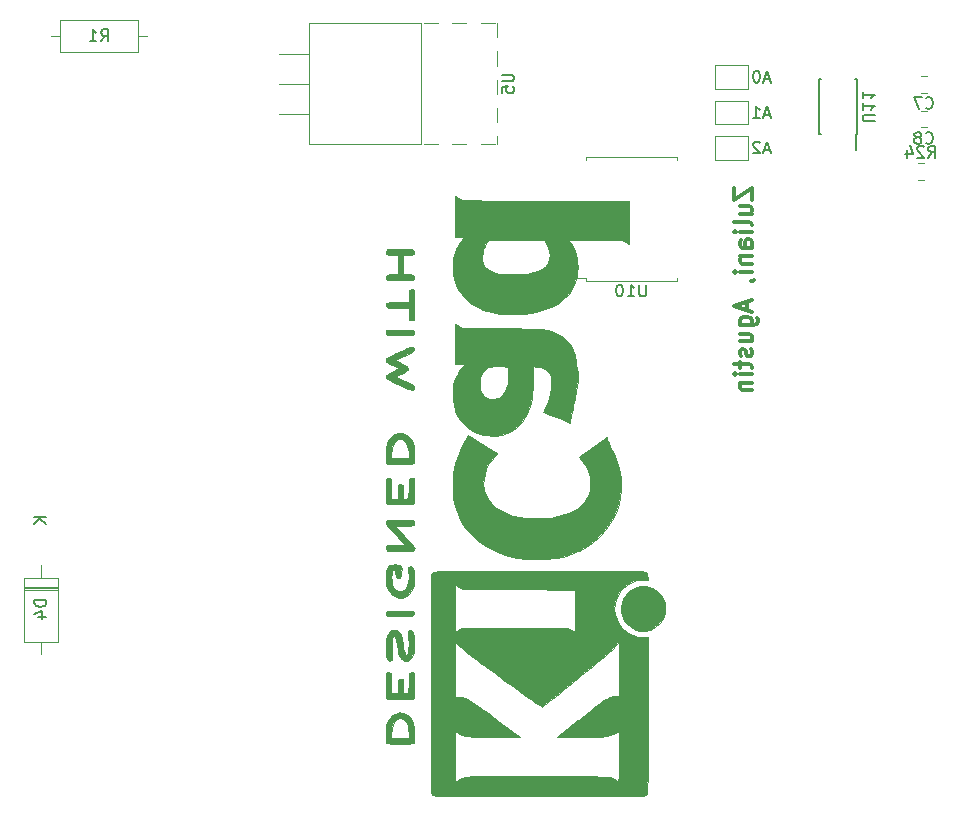
<source format=gbr>
G04 #@! TF.GenerationSoftware,KiCad,Pcbnew,(5.1.4)-1*
G04 #@! TF.CreationDate,2022-02-09T09:31:32-03:00*
G04 #@! TF.ProjectId,P_Inyectores_Rpi_pico,505f496e-7965-4637-946f-7265735f5270,rev?*
G04 #@! TF.SameCoordinates,Original*
G04 #@! TF.FileFunction,Legend,Bot*
G04 #@! TF.FilePolarity,Positive*
%FSLAX46Y46*%
G04 Gerber Fmt 4.6, Leading zero omitted, Abs format (unit mm)*
G04 Created by KiCad (PCBNEW (5.1.4)-1) date 2022-02-09 09:31:32*
%MOMM*%
%LPD*%
G04 APERTURE LIST*
%ADD10C,0.300000*%
%ADD11C,0.120000*%
%ADD12C,0.010000*%
%ADD13C,0.150000*%
G04 APERTURE END LIST*
D10*
X173678571Y-71357142D02*
X173678571Y-72357142D01*
X175178571Y-71357142D01*
X175178571Y-72357142D01*
X174178571Y-73571428D02*
X175178571Y-73571428D01*
X174178571Y-72928571D02*
X174964285Y-72928571D01*
X175107142Y-73000000D01*
X175178571Y-73142857D01*
X175178571Y-73357142D01*
X175107142Y-73500000D01*
X175035714Y-73571428D01*
X175178571Y-74500000D02*
X175107142Y-74357142D01*
X174964285Y-74285714D01*
X173678571Y-74285714D01*
X175178571Y-75071428D02*
X174178571Y-75071428D01*
X173678571Y-75071428D02*
X173750000Y-75000000D01*
X173821428Y-75071428D01*
X173750000Y-75142857D01*
X173678571Y-75071428D01*
X173821428Y-75071428D01*
X175178571Y-76428571D02*
X174392857Y-76428571D01*
X174250000Y-76357142D01*
X174178571Y-76214285D01*
X174178571Y-75928571D01*
X174250000Y-75785714D01*
X175107142Y-76428571D02*
X175178571Y-76285714D01*
X175178571Y-75928571D01*
X175107142Y-75785714D01*
X174964285Y-75714285D01*
X174821428Y-75714285D01*
X174678571Y-75785714D01*
X174607142Y-75928571D01*
X174607142Y-76285714D01*
X174535714Y-76428571D01*
X174178571Y-77142857D02*
X175178571Y-77142857D01*
X174321428Y-77142857D02*
X174250000Y-77214285D01*
X174178571Y-77357142D01*
X174178571Y-77571428D01*
X174250000Y-77714285D01*
X174392857Y-77785714D01*
X175178571Y-77785714D01*
X175178571Y-78500000D02*
X174178571Y-78500000D01*
X173678571Y-78500000D02*
X173750000Y-78428571D01*
X173821428Y-78500000D01*
X173750000Y-78571428D01*
X173678571Y-78500000D01*
X173821428Y-78500000D01*
X175107142Y-79285714D02*
X175178571Y-79285714D01*
X175321428Y-79214285D01*
X175392857Y-79142857D01*
X174750000Y-81000000D02*
X174750000Y-81714285D01*
X175178571Y-80857142D02*
X173678571Y-81357142D01*
X175178571Y-81857142D01*
X174178571Y-83000000D02*
X175392857Y-83000000D01*
X175535714Y-82928571D01*
X175607142Y-82857142D01*
X175678571Y-82714285D01*
X175678571Y-82500000D01*
X175607142Y-82357142D01*
X175107142Y-83000000D02*
X175178571Y-82857142D01*
X175178571Y-82571428D01*
X175107142Y-82428571D01*
X175035714Y-82357142D01*
X174892857Y-82285714D01*
X174464285Y-82285714D01*
X174321428Y-82357142D01*
X174250000Y-82428571D01*
X174178571Y-82571428D01*
X174178571Y-82857142D01*
X174250000Y-83000000D01*
X174178571Y-84357142D02*
X175178571Y-84357142D01*
X174178571Y-83714285D02*
X174964285Y-83714285D01*
X175107142Y-83785714D01*
X175178571Y-83928571D01*
X175178571Y-84142857D01*
X175107142Y-84285714D01*
X175035714Y-84357142D01*
X175107142Y-85000000D02*
X175178571Y-85142857D01*
X175178571Y-85428571D01*
X175107142Y-85571428D01*
X174964285Y-85642857D01*
X174892857Y-85642857D01*
X174750000Y-85571428D01*
X174678571Y-85428571D01*
X174678571Y-85214285D01*
X174607142Y-85071428D01*
X174464285Y-85000000D01*
X174392857Y-85000000D01*
X174250000Y-85071428D01*
X174178571Y-85214285D01*
X174178571Y-85428571D01*
X174250000Y-85571428D01*
X174178571Y-86071428D02*
X174178571Y-86642857D01*
X173678571Y-86285714D02*
X174964285Y-86285714D01*
X175107142Y-86357142D01*
X175178571Y-86500000D01*
X175178571Y-86642857D01*
X175178571Y-87142857D02*
X174178571Y-87142857D01*
X173678571Y-87142857D02*
X173750000Y-87071428D01*
X173821428Y-87142857D01*
X173750000Y-87214285D01*
X173678571Y-87142857D01*
X173821428Y-87142857D01*
X174178571Y-87857142D02*
X175178571Y-87857142D01*
X174321428Y-87857142D02*
X174250000Y-87928571D01*
X174178571Y-88071428D01*
X174178571Y-88285714D01*
X174250000Y-88428571D01*
X174392857Y-88500000D01*
X175178571Y-88500000D01*
D11*
X189758578Y-70710000D02*
X189241422Y-70710000D01*
X189758578Y-69290000D02*
X189241422Y-69290000D01*
D12*
G36*
X146626447Y-117904571D02*
G01*
X146625109Y-117772963D01*
X146615805Y-117387333D01*
X146588166Y-117064369D01*
X146539227Y-116793064D01*
X146466025Y-116562410D01*
X146365593Y-116361400D01*
X146234967Y-116179027D01*
X146178225Y-116113888D01*
X146045456Y-116005834D01*
X145865291Y-115908400D01*
X145665588Y-115833304D01*
X145474203Y-115792264D01*
X145403481Y-115788000D01*
X145207435Y-115814722D01*
X144993291Y-115886331D01*
X144790597Y-115989997D01*
X144628901Y-116112887D01*
X144609392Y-116132848D01*
X144472263Y-116301928D01*
X144365218Y-116487083D01*
X144285450Y-116698987D01*
X144230156Y-116948314D01*
X144196531Y-117245740D01*
X144181769Y-117601938D01*
X144180518Y-117765093D01*
X144181517Y-117972539D01*
X144185693Y-118118425D01*
X144194819Y-118216438D01*
X144210663Y-118280264D01*
X144234997Y-118323591D01*
X144255777Y-118346815D01*
X144281021Y-118368751D01*
X144313587Y-118385959D01*
X144362199Y-118399010D01*
X144435580Y-118408477D01*
X144542454Y-118414932D01*
X144691546Y-118418947D01*
X144891579Y-118421093D01*
X145151277Y-118421943D01*
X145403481Y-118422074D01*
X145739862Y-118422903D01*
X146008578Y-118422724D01*
X146137259Y-118419523D01*
X146137259Y-117932889D01*
X144669703Y-117932889D01*
X144669988Y-117622445D01*
X144675345Y-117435643D01*
X144689147Y-117239996D01*
X144708452Y-117076760D01*
X144709248Y-117071794D01*
X144773033Y-116807971D01*
X144872375Y-116603341D01*
X145013740Y-116447684D01*
X145166797Y-116348783D01*
X145336581Y-116287844D01*
X145496001Y-116292569D01*
X145666889Y-116363292D01*
X145843671Y-116501629D01*
X145974668Y-116693327D01*
X146062229Y-116942499D01*
X146093217Y-117109025D01*
X146114978Y-117298054D01*
X146130728Y-117498397D01*
X146137276Y-117668796D01*
X146137307Y-117678889D01*
X146137259Y-117932889D01*
X146137259Y-118419523D01*
X146217162Y-118417534D01*
X146373149Y-118403327D01*
X146484073Y-118376100D01*
X146557468Y-118331852D01*
X146600869Y-118266578D01*
X146621810Y-118176276D01*
X146627824Y-118056941D01*
X146626447Y-117904571D01*
X146626447Y-117904571D01*
G37*
X146626447Y-117904571D02*
X146625109Y-117772963D01*
X146615805Y-117387333D01*
X146588166Y-117064369D01*
X146539227Y-116793064D01*
X146466025Y-116562410D01*
X146365593Y-116361400D01*
X146234967Y-116179027D01*
X146178225Y-116113888D01*
X146045456Y-116005834D01*
X145865291Y-115908400D01*
X145665588Y-115833304D01*
X145474203Y-115792264D01*
X145403481Y-115788000D01*
X145207435Y-115814722D01*
X144993291Y-115886331D01*
X144790597Y-115989997D01*
X144628901Y-116112887D01*
X144609392Y-116132848D01*
X144472263Y-116301928D01*
X144365218Y-116487083D01*
X144285450Y-116698987D01*
X144230156Y-116948314D01*
X144196531Y-117245740D01*
X144181769Y-117601938D01*
X144180518Y-117765093D01*
X144181517Y-117972539D01*
X144185693Y-118118425D01*
X144194819Y-118216438D01*
X144210663Y-118280264D01*
X144234997Y-118323591D01*
X144255777Y-118346815D01*
X144281021Y-118368751D01*
X144313587Y-118385959D01*
X144362199Y-118399010D01*
X144435580Y-118408477D01*
X144542454Y-118414932D01*
X144691546Y-118418947D01*
X144891579Y-118421093D01*
X145151277Y-118421943D01*
X145403481Y-118422074D01*
X145739862Y-118422903D01*
X146008578Y-118422724D01*
X146137259Y-118419523D01*
X146137259Y-117932889D01*
X144669703Y-117932889D01*
X144669988Y-117622445D01*
X144675345Y-117435643D01*
X144689147Y-117239996D01*
X144708452Y-117076760D01*
X144709248Y-117071794D01*
X144773033Y-116807971D01*
X144872375Y-116603341D01*
X145013740Y-116447684D01*
X145166797Y-116348783D01*
X145336581Y-116287844D01*
X145496001Y-116292569D01*
X145666889Y-116363292D01*
X145843671Y-116501629D01*
X145974668Y-116693327D01*
X146062229Y-116942499D01*
X146093217Y-117109025D01*
X146114978Y-117298054D01*
X146130728Y-117498397D01*
X146137276Y-117668796D01*
X146137307Y-117678889D01*
X146137259Y-117932889D01*
X146137259Y-118419523D01*
X146217162Y-118417534D01*
X146373149Y-118403327D01*
X146484073Y-118376100D01*
X146557468Y-118331852D01*
X146600869Y-118266578D01*
X146621810Y-118176276D01*
X146627824Y-118056941D01*
X146626447Y-117904571D01*
G36*
X146626179Y-113209314D02*
G01*
X146624938Y-112977952D01*
X146622051Y-112803321D01*
X146616847Y-112676157D01*
X146608656Y-112587197D01*
X146596809Y-112527176D01*
X146580634Y-112486831D01*
X146559463Y-112456898D01*
X146549719Y-112446059D01*
X146446192Y-112380142D01*
X146327238Y-112368272D01*
X146221633Y-112411635D01*
X146200290Y-112431686D01*
X146179596Y-112464117D01*
X146163632Y-112516335D01*
X146151621Y-112598025D01*
X146142785Y-112718869D01*
X146136349Y-112888551D01*
X146131536Y-113116754D01*
X146128606Y-113325389D01*
X146118444Y-114151112D01*
X145902074Y-114162397D01*
X145685703Y-114173682D01*
X145685703Y-113613192D01*
X145683604Y-113369862D01*
X145674823Y-113191722D01*
X145655636Y-113068758D01*
X145622319Y-112990959D01*
X145571146Y-112948313D01*
X145498395Y-112930807D01*
X145430874Y-112928149D01*
X145348026Y-112936411D01*
X145286979Y-112967590D01*
X145244543Y-113031276D01*
X145217529Y-113137059D01*
X145202745Y-113294529D01*
X145197003Y-113513276D01*
X145196518Y-113632670D01*
X145196518Y-114169926D01*
X144669703Y-114169926D01*
X144669703Y-113342074D01*
X144669325Y-113070710D01*
X144667628Y-112864472D01*
X144663767Y-112713228D01*
X144656899Y-112606846D01*
X144646178Y-112535196D01*
X144630761Y-112488144D01*
X144609804Y-112455559D01*
X144594444Y-112438963D01*
X144504798Y-112382033D01*
X144425111Y-112363704D01*
X144327775Y-112389876D01*
X144255777Y-112438963D01*
X144233112Y-112465152D01*
X144215512Y-112498959D01*
X144202340Y-112549479D01*
X144192957Y-112625804D01*
X144186726Y-112737029D01*
X144183008Y-112892248D01*
X144181164Y-113100556D01*
X144180558Y-113371045D01*
X144180518Y-113511408D01*
X144180784Y-113811992D01*
X144182007Y-114046412D01*
X144184826Y-114223762D01*
X144189878Y-114353134D01*
X144197802Y-114443624D01*
X144209236Y-114504325D01*
X144224818Y-114544332D01*
X144245187Y-114572738D01*
X144255777Y-114583852D01*
X144281100Y-114605849D01*
X144313768Y-114623090D01*
X144362537Y-114636152D01*
X144436160Y-114645613D01*
X144543393Y-114652050D01*
X144692989Y-114656040D01*
X144893704Y-114658161D01*
X145154290Y-114658990D01*
X145396922Y-114659112D01*
X145707643Y-114658999D01*
X145951897Y-114658218D01*
X146138473Y-114656100D01*
X146276164Y-114651978D01*
X146373760Y-114645186D01*
X146440053Y-114635056D01*
X146483834Y-114620921D01*
X146513893Y-114602115D01*
X146539022Y-114577969D01*
X146544625Y-114572020D01*
X146569428Y-114543151D01*
X146588635Y-114509607D01*
X146602961Y-114462083D01*
X146613121Y-114391276D01*
X146619829Y-114287879D01*
X146623801Y-114142590D01*
X146625749Y-113946103D01*
X146626390Y-113689114D01*
X146626444Y-113506671D01*
X146626179Y-113209314D01*
X146626179Y-113209314D01*
G37*
X146626179Y-113209314D02*
X146624938Y-112977952D01*
X146622051Y-112803321D01*
X146616847Y-112676157D01*
X146608656Y-112587197D01*
X146596809Y-112527176D01*
X146580634Y-112486831D01*
X146559463Y-112456898D01*
X146549719Y-112446059D01*
X146446192Y-112380142D01*
X146327238Y-112368272D01*
X146221633Y-112411635D01*
X146200290Y-112431686D01*
X146179596Y-112464117D01*
X146163632Y-112516335D01*
X146151621Y-112598025D01*
X146142785Y-112718869D01*
X146136349Y-112888551D01*
X146131536Y-113116754D01*
X146128606Y-113325389D01*
X146118444Y-114151112D01*
X145902074Y-114162397D01*
X145685703Y-114173682D01*
X145685703Y-113613192D01*
X145683604Y-113369862D01*
X145674823Y-113191722D01*
X145655636Y-113068758D01*
X145622319Y-112990959D01*
X145571146Y-112948313D01*
X145498395Y-112930807D01*
X145430874Y-112928149D01*
X145348026Y-112936411D01*
X145286979Y-112967590D01*
X145244543Y-113031276D01*
X145217529Y-113137059D01*
X145202745Y-113294529D01*
X145197003Y-113513276D01*
X145196518Y-113632670D01*
X145196518Y-114169926D01*
X144669703Y-114169926D01*
X144669703Y-113342074D01*
X144669325Y-113070710D01*
X144667628Y-112864472D01*
X144663767Y-112713228D01*
X144656899Y-112606846D01*
X144646178Y-112535196D01*
X144630761Y-112488144D01*
X144609804Y-112455559D01*
X144594444Y-112438963D01*
X144504798Y-112382033D01*
X144425111Y-112363704D01*
X144327775Y-112389876D01*
X144255777Y-112438963D01*
X144233112Y-112465152D01*
X144215512Y-112498959D01*
X144202340Y-112549479D01*
X144192957Y-112625804D01*
X144186726Y-112737029D01*
X144183008Y-112892248D01*
X144181164Y-113100556D01*
X144180558Y-113371045D01*
X144180518Y-113511408D01*
X144180784Y-113811992D01*
X144182007Y-114046412D01*
X144184826Y-114223762D01*
X144189878Y-114353134D01*
X144197802Y-114443624D01*
X144209236Y-114504325D01*
X144224818Y-114544332D01*
X144245187Y-114572738D01*
X144255777Y-114583852D01*
X144281100Y-114605849D01*
X144313768Y-114623090D01*
X144362537Y-114636152D01*
X144436160Y-114645613D01*
X144543393Y-114652050D01*
X144692989Y-114656040D01*
X144893704Y-114658161D01*
X145154290Y-114658990D01*
X145396922Y-114659112D01*
X145707643Y-114658999D01*
X145951897Y-114658218D01*
X146138473Y-114656100D01*
X146276164Y-114651978D01*
X146373760Y-114645186D01*
X146440053Y-114635056D01*
X146483834Y-114620921D01*
X146513893Y-114602115D01*
X146539022Y-114577969D01*
X146544625Y-114572020D01*
X146569428Y-114543151D01*
X146588635Y-114509607D01*
X146602961Y-114462083D01*
X146613121Y-114391276D01*
X146619829Y-114287879D01*
X146623801Y-114142590D01*
X146625749Y-113946103D01*
X146626390Y-113689114D01*
X146626444Y-113506671D01*
X146626179Y-113209314D01*
G36*
X146622163Y-109805675D02*
G01*
X146604729Y-109556292D01*
X146577499Y-109324353D01*
X146541500Y-109123339D01*
X146497756Y-108966734D01*
X146447291Y-108868019D01*
X146432437Y-108852867D01*
X146317166Y-108800178D01*
X146198828Y-108816155D01*
X146097582Y-108897879D01*
X146094681Y-108901778D01*
X146063485Y-108949847D01*
X146047081Y-109000026D01*
X146045089Y-109070017D01*
X146057128Y-109177523D01*
X146082818Y-109340244D01*
X146084982Y-109353334D01*
X146114769Y-109595796D01*
X146129462Y-109857390D01*
X146129605Y-110119756D01*
X146115737Y-110364536D01*
X146088402Y-110573370D01*
X146048142Y-110727900D01*
X146044096Y-110738054D01*
X145981284Y-110850160D01*
X145917718Y-110889547D01*
X145855202Y-110858713D01*
X145795542Y-110760155D01*
X145740544Y-110596370D01*
X145692014Y-110369855D01*
X145668648Y-110218815D01*
X145623704Y-109904852D01*
X145582619Y-109655145D01*
X145541835Y-109459056D01*
X145497796Y-109305948D01*
X145446942Y-109185184D01*
X145385718Y-109086127D01*
X145310565Y-108998140D01*
X145236764Y-108927434D01*
X145133936Y-108843550D01*
X145045517Y-108802268D01*
X144936578Y-108789358D01*
X144896682Y-108788889D01*
X144764294Y-108798586D01*
X144665802Y-108837339D01*
X144578381Y-108904410D01*
X144444748Y-109040720D01*
X144342836Y-109192722D01*
X144269323Y-109371708D01*
X144220884Y-109588974D01*
X144194197Y-109855814D01*
X144185938Y-110183522D01*
X144186078Y-110237630D01*
X144190608Y-110456162D01*
X144200901Y-110672885D01*
X144215479Y-110864174D01*
X144232867Y-111006405D01*
X144234864Y-111017908D01*
X144268362Y-111159320D01*
X144310679Y-111279265D01*
X144349365Y-111347167D01*
X144451428Y-111410357D01*
X144570274Y-111414756D01*
X144676187Y-111360283D01*
X144688164Y-111348095D01*
X144723747Y-111297718D01*
X144739079Y-111234715D01*
X144736470Y-111137207D01*
X144722909Y-111018836D01*
X144710794Y-110886567D01*
X144700573Y-110701149D01*
X144693156Y-110484687D01*
X144689453Y-110259283D01*
X144689208Y-110200000D01*
X144690121Y-109973758D01*
X144694513Y-109808181D01*
X144703909Y-109688700D01*
X144719833Y-109600746D01*
X144743809Y-109529751D01*
X144763777Y-109487087D01*
X144819224Y-109393334D01*
X144869440Y-109333560D01*
X144883675Y-109324824D01*
X144942456Y-109343254D01*
X144999360Y-109430867D01*
X145051805Y-109581592D01*
X145097207Y-109789358D01*
X145107321Y-109850571D01*
X145157539Y-110170300D01*
X145199514Y-110425471D01*
X145236295Y-110625932D01*
X145270934Y-110781533D01*
X145306480Y-110902122D01*
X145345984Y-110997548D01*
X145392495Y-111077661D01*
X145449063Y-111152308D01*
X145518740Y-111231339D01*
X145543169Y-111257933D01*
X145634337Y-111351175D01*
X145706570Y-111400532D01*
X145789227Y-111419841D01*
X145893390Y-111422963D01*
X146097650Y-111388584D01*
X146271199Y-111285839D01*
X146413474Y-111115317D01*
X146523916Y-110877609D01*
X146573453Y-110708000D01*
X146605447Y-110523665D01*
X146623547Y-110302844D01*
X146628777Y-110059020D01*
X146622163Y-109805675D01*
X146622163Y-109805675D01*
G37*
X146622163Y-109805675D02*
X146604729Y-109556292D01*
X146577499Y-109324353D01*
X146541500Y-109123339D01*
X146497756Y-108966734D01*
X146447291Y-108868019D01*
X146432437Y-108852867D01*
X146317166Y-108800178D01*
X146198828Y-108816155D01*
X146097582Y-108897879D01*
X146094681Y-108901778D01*
X146063485Y-108949847D01*
X146047081Y-109000026D01*
X146045089Y-109070017D01*
X146057128Y-109177523D01*
X146082818Y-109340244D01*
X146084982Y-109353334D01*
X146114769Y-109595796D01*
X146129462Y-109857390D01*
X146129605Y-110119756D01*
X146115737Y-110364536D01*
X146088402Y-110573370D01*
X146048142Y-110727900D01*
X146044096Y-110738054D01*
X145981284Y-110850160D01*
X145917718Y-110889547D01*
X145855202Y-110858713D01*
X145795542Y-110760155D01*
X145740544Y-110596370D01*
X145692014Y-110369855D01*
X145668648Y-110218815D01*
X145623704Y-109904852D01*
X145582619Y-109655145D01*
X145541835Y-109459056D01*
X145497796Y-109305948D01*
X145446942Y-109185184D01*
X145385718Y-109086127D01*
X145310565Y-108998140D01*
X145236764Y-108927434D01*
X145133936Y-108843550D01*
X145045517Y-108802268D01*
X144936578Y-108789358D01*
X144896682Y-108788889D01*
X144764294Y-108798586D01*
X144665802Y-108837339D01*
X144578381Y-108904410D01*
X144444748Y-109040720D01*
X144342836Y-109192722D01*
X144269323Y-109371708D01*
X144220884Y-109588974D01*
X144194197Y-109855814D01*
X144185938Y-110183522D01*
X144186078Y-110237630D01*
X144190608Y-110456162D01*
X144200901Y-110672885D01*
X144215479Y-110864174D01*
X144232867Y-111006405D01*
X144234864Y-111017908D01*
X144268362Y-111159320D01*
X144310679Y-111279265D01*
X144349365Y-111347167D01*
X144451428Y-111410357D01*
X144570274Y-111414756D01*
X144676187Y-111360283D01*
X144688164Y-111348095D01*
X144723747Y-111297718D01*
X144739079Y-111234715D01*
X144736470Y-111137207D01*
X144722909Y-111018836D01*
X144710794Y-110886567D01*
X144700573Y-110701149D01*
X144693156Y-110484687D01*
X144689453Y-110259283D01*
X144689208Y-110200000D01*
X144690121Y-109973758D01*
X144694513Y-109808181D01*
X144703909Y-109688700D01*
X144719833Y-109600746D01*
X144743809Y-109529751D01*
X144763777Y-109487087D01*
X144819224Y-109393334D01*
X144869440Y-109333560D01*
X144883675Y-109324824D01*
X144942456Y-109343254D01*
X144999360Y-109430867D01*
X145051805Y-109581592D01*
X145097207Y-109789358D01*
X145107321Y-109850571D01*
X145157539Y-110170300D01*
X145199514Y-110425471D01*
X145236295Y-110625932D01*
X145270934Y-110781533D01*
X145306480Y-110902122D01*
X145345984Y-110997548D01*
X145392495Y-111077661D01*
X145449063Y-111152308D01*
X145518740Y-111231339D01*
X145543169Y-111257933D01*
X145634337Y-111351175D01*
X145706570Y-111400532D01*
X145789227Y-111419841D01*
X145893390Y-111422963D01*
X146097650Y-111388584D01*
X146271199Y-111285839D01*
X146413474Y-111115317D01*
X146523916Y-110877609D01*
X146573453Y-110708000D01*
X146605447Y-110523665D01*
X146623547Y-110302844D01*
X146628777Y-110059020D01*
X146622163Y-109805675D01*
G36*
X146551185Y-107246074D02*
G01*
X146525941Y-107224138D01*
X146493375Y-107206931D01*
X146444763Y-107193879D01*
X146371382Y-107184412D01*
X146264508Y-107177958D01*
X146115416Y-107173943D01*
X145915383Y-107171797D01*
X145655685Y-107170947D01*
X145403481Y-107170815D01*
X145090658Y-107171047D01*
X144844370Y-107172125D01*
X144655894Y-107174621D01*
X144516504Y-107179106D01*
X144417477Y-107186153D01*
X144350090Y-107196334D01*
X144305619Y-107210220D01*
X144275339Y-107228385D01*
X144255777Y-107246074D01*
X144190176Y-107356086D01*
X144196063Y-107473304D01*
X144267610Y-107578182D01*
X144295544Y-107602279D01*
X144327953Y-107621112D01*
X144373797Y-107635328D01*
X144442035Y-107645577D01*
X144541626Y-107652507D01*
X144681529Y-107656766D01*
X144870704Y-107659002D01*
X145118109Y-107659864D01*
X145398209Y-107660000D01*
X146441717Y-107660000D01*
X146534080Y-107567637D01*
X146611789Y-107453788D01*
X146614589Y-107343353D01*
X146551185Y-107246074D01*
X146551185Y-107246074D01*
G37*
X146551185Y-107246074D02*
X146525941Y-107224138D01*
X146493375Y-107206931D01*
X146444763Y-107193879D01*
X146371382Y-107184412D01*
X146264508Y-107177958D01*
X146115416Y-107173943D01*
X145915383Y-107171797D01*
X145655685Y-107170947D01*
X145403481Y-107170815D01*
X145090658Y-107171047D01*
X144844370Y-107172125D01*
X144655894Y-107174621D01*
X144516504Y-107179106D01*
X144417477Y-107186153D01*
X144350090Y-107196334D01*
X144305619Y-107210220D01*
X144275339Y-107228385D01*
X144255777Y-107246074D01*
X144190176Y-107356086D01*
X144196063Y-107473304D01*
X144267610Y-107578182D01*
X144295544Y-107602279D01*
X144327953Y-107621112D01*
X144373797Y-107635328D01*
X144442035Y-107645577D01*
X144541626Y-107652507D01*
X144681529Y-107656766D01*
X144870704Y-107659002D01*
X145118109Y-107659864D01*
X145398209Y-107660000D01*
X146441717Y-107660000D01*
X146534080Y-107567637D01*
X146611789Y-107453788D01*
X146614589Y-107343353D01*
X146551185Y-107246074D01*
G36*
X146608004Y-104000271D02*
G01*
X146569682Y-103771882D01*
X146510110Y-103596475D01*
X146431671Y-103482360D01*
X146386921Y-103451264D01*
X146282840Y-103419642D01*
X146188683Y-103440922D01*
X146099393Y-103508101D01*
X146057622Y-103612484D01*
X146061014Y-103763942D01*
X146083646Y-103881087D01*
X146126763Y-104141396D01*
X146130861Y-104407420D01*
X146095863Y-104705182D01*
X146081034Y-104787431D01*
X146002972Y-105064304D01*
X145886851Y-105280908D01*
X145734653Y-105434871D01*
X145548354Y-105523815D01*
X145452038Y-105542211D01*
X145256625Y-105530169D01*
X145083736Y-105452431D01*
X144936739Y-105316078D01*
X144819005Y-105128195D01*
X144733903Y-104895865D01*
X144684802Y-104626173D01*
X144675072Y-104326201D01*
X144708084Y-104003033D01*
X144711196Y-103984786D01*
X144735137Y-103856248D01*
X144758262Y-103784979D01*
X144792575Y-103754088D01*
X144850078Y-103746686D01*
X144880529Y-103746519D01*
X145008370Y-103746519D01*
X145008370Y-103974771D01*
X145022178Y-104176332D01*
X145066178Y-104313883D01*
X145144235Y-104393915D01*
X145260214Y-104422922D01*
X145275353Y-104423276D01*
X145374485Y-104406305D01*
X145445271Y-104348108D01*
X145492115Y-104239796D01*
X145519423Y-104072476D01*
X145529463Y-103910408D01*
X145535223Y-103674853D01*
X145526434Y-103503993D01*
X145493999Y-103387463D01*
X145428823Y-103314898D01*
X145321813Y-103275933D01*
X145163872Y-103260200D01*
X144956430Y-103257334D01*
X144724882Y-103262030D01*
X144567380Y-103276160D01*
X144483294Y-103299785D01*
X144476707Y-103304371D01*
X144371639Y-103434092D01*
X144288432Y-103624286D01*
X144228865Y-103862895D01*
X144194715Y-104137861D01*
X144187758Y-104437128D01*
X144209772Y-104748638D01*
X144236814Y-104931852D01*
X144318152Y-105219220D01*
X144451127Y-105486305D01*
X144623709Y-105709923D01*
X144658203Y-105743911D01*
X144803217Y-105854339D01*
X144982940Y-105953979D01*
X145171361Y-106031188D01*
X145342469Y-106074328D01*
X145408187Y-106079526D01*
X145545269Y-106057392D01*
X145715826Y-105998561D01*
X145895353Y-105914321D01*
X146059349Y-105815962D01*
X146168888Y-105729062D01*
X146331827Y-105525881D01*
X146461515Y-105263230D01*
X146555019Y-104950522D01*
X146609404Y-104597168D01*
X146622693Y-104273334D01*
X146608004Y-104000271D01*
X146608004Y-104000271D01*
G37*
X146608004Y-104000271D02*
X146569682Y-103771882D01*
X146510110Y-103596475D01*
X146431671Y-103482360D01*
X146386921Y-103451264D01*
X146282840Y-103419642D01*
X146188683Y-103440922D01*
X146099393Y-103508101D01*
X146057622Y-103612484D01*
X146061014Y-103763942D01*
X146083646Y-103881087D01*
X146126763Y-104141396D01*
X146130861Y-104407420D01*
X146095863Y-104705182D01*
X146081034Y-104787431D01*
X146002972Y-105064304D01*
X145886851Y-105280908D01*
X145734653Y-105434871D01*
X145548354Y-105523815D01*
X145452038Y-105542211D01*
X145256625Y-105530169D01*
X145083736Y-105452431D01*
X144936739Y-105316078D01*
X144819005Y-105128195D01*
X144733903Y-104895865D01*
X144684802Y-104626173D01*
X144675072Y-104326201D01*
X144708084Y-104003033D01*
X144711196Y-103984786D01*
X144735137Y-103856248D01*
X144758262Y-103784979D01*
X144792575Y-103754088D01*
X144850078Y-103746686D01*
X144880529Y-103746519D01*
X145008370Y-103746519D01*
X145008370Y-103974771D01*
X145022178Y-104176332D01*
X145066178Y-104313883D01*
X145144235Y-104393915D01*
X145260214Y-104422922D01*
X145275353Y-104423276D01*
X145374485Y-104406305D01*
X145445271Y-104348108D01*
X145492115Y-104239796D01*
X145519423Y-104072476D01*
X145529463Y-103910408D01*
X145535223Y-103674853D01*
X145526434Y-103503993D01*
X145493999Y-103387463D01*
X145428823Y-103314898D01*
X145321813Y-103275933D01*
X145163872Y-103260200D01*
X144956430Y-103257334D01*
X144724882Y-103262030D01*
X144567380Y-103276160D01*
X144483294Y-103299785D01*
X144476707Y-103304371D01*
X144371639Y-103434092D01*
X144288432Y-103624286D01*
X144228865Y-103862895D01*
X144194715Y-104137861D01*
X144187758Y-104437128D01*
X144209772Y-104748638D01*
X144236814Y-104931852D01*
X144318152Y-105219220D01*
X144451127Y-105486305D01*
X144623709Y-105709923D01*
X144658203Y-105743911D01*
X144803217Y-105854339D01*
X144982940Y-105953979D01*
X145171361Y-106031188D01*
X145342469Y-106074328D01*
X145408187Y-106079526D01*
X145545269Y-106057392D01*
X145715826Y-105998561D01*
X145895353Y-105914321D01*
X146059349Y-105815962D01*
X146168888Y-105729062D01*
X146331827Y-105525881D01*
X146461515Y-105263230D01*
X146555019Y-104950522D01*
X146609404Y-104597168D01*
X146622693Y-104273334D01*
X146608004Y-104000271D01*
G36*
X146611839Y-101833713D02*
G01*
X146565758Y-101755159D01*
X146490398Y-101652449D01*
X146382208Y-101520259D01*
X146237639Y-101353265D01*
X146053141Y-101146143D01*
X145825164Y-100893571D01*
X145563053Y-100604445D01*
X145017072Y-100002371D01*
X145749904Y-99983556D01*
X146002162Y-99976763D01*
X146190019Y-99970209D01*
X146324313Y-99962445D01*
X146415884Y-99952019D01*
X146475569Y-99937483D01*
X146514209Y-99917386D01*
X146542641Y-99890278D01*
X146554590Y-99875906D01*
X146617765Y-99760804D01*
X146608529Y-99651275D01*
X146554557Y-99564391D01*
X146482671Y-99475556D01*
X145432830Y-99464507D01*
X145124071Y-99461449D01*
X144881520Y-99459893D01*
X144696131Y-99460377D01*
X144558859Y-99463441D01*
X144460658Y-99469624D01*
X144392483Y-99479464D01*
X144345290Y-99493501D01*
X144310031Y-99512273D01*
X144281753Y-99533090D01*
X144229309Y-99578131D01*
X144194546Y-99622944D01*
X144181202Y-99673747D01*
X144193020Y-99736754D01*
X144233738Y-99818181D01*
X144307097Y-99924244D01*
X144416836Y-100061159D01*
X144566696Y-100235141D01*
X144760416Y-100452405D01*
X144983004Y-100698519D01*
X145785139Y-101582815D01*
X145054703Y-101601630D01*
X144802905Y-101608435D01*
X144615486Y-101615005D01*
X144481587Y-101622798D01*
X144390347Y-101633270D01*
X144330905Y-101647878D01*
X144292402Y-101668081D01*
X144263977Y-101695334D01*
X144252393Y-101709280D01*
X144188758Y-101832550D01*
X144198357Y-101949025D01*
X144279667Y-102050454D01*
X144312379Y-102073657D01*
X144350581Y-102091742D01*
X144403441Y-102105343D01*
X144480122Y-102115097D01*
X144589792Y-102121641D01*
X144741614Y-102125610D01*
X144944755Y-102127641D01*
X145208380Y-102128369D01*
X145403481Y-102128445D01*
X145708642Y-102128200D01*
X145947709Y-102127042D01*
X146129849Y-102124335D01*
X146264227Y-102119443D01*
X146360008Y-102111728D01*
X146426357Y-102100557D01*
X146472441Y-102085292D01*
X146507425Y-102065297D01*
X146527295Y-102050454D01*
X146574364Y-102012831D01*
X146609903Y-101977669D01*
X146630361Y-101939644D01*
X146632190Y-101893433D01*
X146611839Y-101833713D01*
X146611839Y-101833713D01*
G37*
X146611839Y-101833713D02*
X146565758Y-101755159D01*
X146490398Y-101652449D01*
X146382208Y-101520259D01*
X146237639Y-101353265D01*
X146053141Y-101146143D01*
X145825164Y-100893571D01*
X145563053Y-100604445D01*
X145017072Y-100002371D01*
X145749904Y-99983556D01*
X146002162Y-99976763D01*
X146190019Y-99970209D01*
X146324313Y-99962445D01*
X146415884Y-99952019D01*
X146475569Y-99937483D01*
X146514209Y-99917386D01*
X146542641Y-99890278D01*
X146554590Y-99875906D01*
X146617765Y-99760804D01*
X146608529Y-99651275D01*
X146554557Y-99564391D01*
X146482671Y-99475556D01*
X145432830Y-99464507D01*
X145124071Y-99461449D01*
X144881520Y-99459893D01*
X144696131Y-99460377D01*
X144558859Y-99463441D01*
X144460658Y-99469624D01*
X144392483Y-99479464D01*
X144345290Y-99493501D01*
X144310031Y-99512273D01*
X144281753Y-99533090D01*
X144229309Y-99578131D01*
X144194546Y-99622944D01*
X144181202Y-99673747D01*
X144193020Y-99736754D01*
X144233738Y-99818181D01*
X144307097Y-99924244D01*
X144416836Y-100061159D01*
X144566696Y-100235141D01*
X144760416Y-100452405D01*
X144983004Y-100698519D01*
X145785139Y-101582815D01*
X145054703Y-101601630D01*
X144802905Y-101608435D01*
X144615486Y-101615005D01*
X144481587Y-101622798D01*
X144390347Y-101633270D01*
X144330905Y-101647878D01*
X144292402Y-101668081D01*
X144263977Y-101695334D01*
X144252393Y-101709280D01*
X144188758Y-101832550D01*
X144198357Y-101949025D01*
X144279667Y-102050454D01*
X144312379Y-102073657D01*
X144350581Y-102091742D01*
X144403441Y-102105343D01*
X144480122Y-102115097D01*
X144589792Y-102121641D01*
X144741614Y-102125610D01*
X144944755Y-102127641D01*
X145208380Y-102128369D01*
X145403481Y-102128445D01*
X145708642Y-102128200D01*
X145947709Y-102127042D01*
X146129849Y-102124335D01*
X146264227Y-102119443D01*
X146360008Y-102111728D01*
X146426357Y-102100557D01*
X146472441Y-102085292D01*
X146507425Y-102065297D01*
X146527295Y-102050454D01*
X146574364Y-102012831D01*
X146609903Y-101977669D01*
X146630361Y-101939644D01*
X146632190Y-101893433D01*
X146611839Y-101833713D01*
G36*
X146625801Y-96732191D02*
G01*
X146622754Y-96477662D01*
X146615629Y-96282611D01*
X146602751Y-96139149D01*
X146582445Y-96039389D01*
X146553035Y-95975440D01*
X146512846Y-95939414D01*
X146460205Y-95923422D01*
X146393435Y-95919576D01*
X146385550Y-95919556D01*
X146310026Y-95922895D01*
X146251658Y-95938679D01*
X146208086Y-95975555D01*
X146176957Y-96042173D01*
X146155911Y-96147180D01*
X146142593Y-96299225D01*
X146134646Y-96506956D01*
X146129714Y-96779021D01*
X146128621Y-96862409D01*
X146118444Y-97669334D01*
X145902074Y-97680619D01*
X145685703Y-97691904D01*
X145685703Y-97131414D01*
X145684896Y-96912445D01*
X145681479Y-96756093D01*
X145673964Y-96649722D01*
X145660859Y-96580698D01*
X145640674Y-96536385D01*
X145611919Y-96504150D01*
X145611691Y-96503944D01*
X145499627Y-96445480D01*
X145378506Y-96447593D01*
X145275256Y-96508952D01*
X145264644Y-96521095D01*
X145237292Y-96564195D01*
X145218264Y-96623254D01*
X145206126Y-96711433D01*
X145199444Y-96841892D01*
X145196786Y-97027792D01*
X145196518Y-97146688D01*
X145196518Y-97688149D01*
X144669703Y-97688149D01*
X144669703Y-96866129D01*
X144669229Y-96594732D01*
X144667288Y-96388633D01*
X144663107Y-96237877D01*
X144655909Y-96132506D01*
X144644922Y-96062562D01*
X144629369Y-96018090D01*
X144608476Y-95989131D01*
X144600889Y-95981833D01*
X144495734Y-95927951D01*
X144376105Y-95924010D01*
X144272384Y-95968213D01*
X144239096Y-96003188D01*
X144220771Y-96039570D01*
X144206594Y-96095944D01*
X144196067Y-96181224D01*
X144188695Y-96304330D01*
X144183980Y-96474179D01*
X144181427Y-96699686D01*
X144180540Y-96989770D01*
X144180518Y-97055352D01*
X144180711Y-97350297D01*
X144181776Y-97579243D01*
X144184444Y-97751452D01*
X144189443Y-97876184D01*
X144197503Y-97962699D01*
X144209354Y-98020260D01*
X144225726Y-98058126D01*
X144247348Y-98085558D01*
X144262873Y-98100609D01*
X144290371Y-98123262D01*
X144324436Y-98140960D01*
X144373999Y-98154313D01*
X144447994Y-98163929D01*
X144555355Y-98170420D01*
X144705015Y-98174395D01*
X144905907Y-98176464D01*
X145166964Y-98177237D01*
X145386687Y-98177334D01*
X145694572Y-98177097D01*
X145936276Y-98175973D01*
X146120876Y-98173341D01*
X146257449Y-98168581D01*
X146355072Y-98161071D01*
X146422822Y-98150191D01*
X146469778Y-98135321D01*
X146505016Y-98115839D01*
X146527295Y-98099343D01*
X146626444Y-98021353D01*
X146626444Y-97054087D01*
X146625801Y-96732191D01*
X146625801Y-96732191D01*
G37*
X146625801Y-96732191D02*
X146622754Y-96477662D01*
X146615629Y-96282611D01*
X146602751Y-96139149D01*
X146582445Y-96039389D01*
X146553035Y-95975440D01*
X146512846Y-95939414D01*
X146460205Y-95923422D01*
X146393435Y-95919576D01*
X146385550Y-95919556D01*
X146310026Y-95922895D01*
X146251658Y-95938679D01*
X146208086Y-95975555D01*
X146176957Y-96042173D01*
X146155911Y-96147180D01*
X146142593Y-96299225D01*
X146134646Y-96506956D01*
X146129714Y-96779021D01*
X146128621Y-96862409D01*
X146118444Y-97669334D01*
X145902074Y-97680619D01*
X145685703Y-97691904D01*
X145685703Y-97131414D01*
X145684896Y-96912445D01*
X145681479Y-96756093D01*
X145673964Y-96649722D01*
X145660859Y-96580698D01*
X145640674Y-96536385D01*
X145611919Y-96504150D01*
X145611691Y-96503944D01*
X145499627Y-96445480D01*
X145378506Y-96447593D01*
X145275256Y-96508952D01*
X145264644Y-96521095D01*
X145237292Y-96564195D01*
X145218264Y-96623254D01*
X145206126Y-96711433D01*
X145199444Y-96841892D01*
X145196786Y-97027792D01*
X145196518Y-97146688D01*
X145196518Y-97688149D01*
X144669703Y-97688149D01*
X144669703Y-96866129D01*
X144669229Y-96594732D01*
X144667288Y-96388633D01*
X144663107Y-96237877D01*
X144655909Y-96132506D01*
X144644922Y-96062562D01*
X144629369Y-96018090D01*
X144608476Y-95989131D01*
X144600889Y-95981833D01*
X144495734Y-95927951D01*
X144376105Y-95924010D01*
X144272384Y-95968213D01*
X144239096Y-96003188D01*
X144220771Y-96039570D01*
X144206594Y-96095944D01*
X144196067Y-96181224D01*
X144188695Y-96304330D01*
X144183980Y-96474179D01*
X144181427Y-96699686D01*
X144180540Y-96989770D01*
X144180518Y-97055352D01*
X144180711Y-97350297D01*
X144181776Y-97579243D01*
X144184444Y-97751452D01*
X144189443Y-97876184D01*
X144197503Y-97962699D01*
X144209354Y-98020260D01*
X144225726Y-98058126D01*
X144247348Y-98085558D01*
X144262873Y-98100609D01*
X144290371Y-98123262D01*
X144324436Y-98140960D01*
X144373999Y-98154313D01*
X144447994Y-98163929D01*
X144555355Y-98170420D01*
X144705015Y-98174395D01*
X144905907Y-98176464D01*
X145166964Y-98177237D01*
X145386687Y-98177334D01*
X145694572Y-98177097D01*
X145936276Y-98175973D01*
X146120876Y-98173341D01*
X146257449Y-98168581D01*
X146355072Y-98161071D01*
X146422822Y-98150191D01*
X146469778Y-98135321D01*
X146505016Y-98115839D01*
X146527295Y-98099343D01*
X146626444Y-98021353D01*
X146626444Y-97054087D01*
X146625801Y-96732191D01*
G36*
X146625751Y-94105637D02*
G01*
X146611214Y-93675706D01*
X146567131Y-93310030D01*
X146490862Y-93002580D01*
X146379767Y-92747327D01*
X146231208Y-92538242D01*
X146042545Y-92369294D01*
X145811140Y-92234455D01*
X145805497Y-92231803D01*
X145598390Y-92151330D01*
X145414968Y-92122658D01*
X145230375Y-92145895D01*
X145019755Y-92221153D01*
X144987704Y-92235426D01*
X144800114Y-92332759D01*
X144655162Y-92442148D01*
X144531943Y-92583327D01*
X144409549Y-92776033D01*
X144403160Y-92787228D01*
X144322576Y-92954985D01*
X144262393Y-93144596D01*
X144220535Y-93368244D01*
X144194926Y-93638116D01*
X144183491Y-93966394D01*
X144182498Y-94082380D01*
X144180518Y-94634686D01*
X144279667Y-94712677D01*
X144312270Y-94735811D01*
X144350343Y-94753858D01*
X144403016Y-94767448D01*
X144479418Y-94777211D01*
X144588680Y-94783776D01*
X144669703Y-94785917D01*
X144669703Y-94263852D01*
X144669703Y-93950911D01*
X144675058Y-93767787D01*
X144689151Y-93579800D01*
X144709026Y-93425515D01*
X144710699Y-93416202D01*
X144784214Y-93142172D01*
X144894665Y-92929621D01*
X145047176Y-92771825D01*
X145246871Y-92662060D01*
X145299797Y-92642973D01*
X145382225Y-92624264D01*
X145463661Y-92632364D01*
X145572000Y-92671777D01*
X145625221Y-92695534D01*
X145766648Y-92773332D01*
X145865868Y-92867066D01*
X145934962Y-92970198D01*
X146024876Y-93176781D01*
X146090007Y-93441164D01*
X146127512Y-93749158D01*
X146135765Y-93972223D01*
X146137259Y-94263852D01*
X144669703Y-94263852D01*
X144669703Y-94785917D01*
X144739930Y-94787773D01*
X144942298Y-94789832D01*
X145204914Y-94790582D01*
X145410266Y-94790667D01*
X146441717Y-94790667D01*
X146534080Y-94698303D01*
X146571519Y-94657312D01*
X146597158Y-94612988D01*
X146613199Y-94551091D01*
X146621845Y-94457379D01*
X146625300Y-94317610D01*
X146625766Y-94117543D01*
X146625751Y-94105637D01*
X146625751Y-94105637D01*
G37*
X146625751Y-94105637D02*
X146611214Y-93675706D01*
X146567131Y-93310030D01*
X146490862Y-93002580D01*
X146379767Y-92747327D01*
X146231208Y-92538242D01*
X146042545Y-92369294D01*
X145811140Y-92234455D01*
X145805497Y-92231803D01*
X145598390Y-92151330D01*
X145414968Y-92122658D01*
X145230375Y-92145895D01*
X145019755Y-92221153D01*
X144987704Y-92235426D01*
X144800114Y-92332759D01*
X144655162Y-92442148D01*
X144531943Y-92583327D01*
X144409549Y-92776033D01*
X144403160Y-92787228D01*
X144322576Y-92954985D01*
X144262393Y-93144596D01*
X144220535Y-93368244D01*
X144194926Y-93638116D01*
X144183491Y-93966394D01*
X144182498Y-94082380D01*
X144180518Y-94634686D01*
X144279667Y-94712677D01*
X144312270Y-94735811D01*
X144350343Y-94753858D01*
X144403016Y-94767448D01*
X144479418Y-94777211D01*
X144588680Y-94783776D01*
X144669703Y-94785917D01*
X144669703Y-94263852D01*
X144669703Y-93950911D01*
X144675058Y-93767787D01*
X144689151Y-93579800D01*
X144709026Y-93425515D01*
X144710699Y-93416202D01*
X144784214Y-93142172D01*
X144894665Y-92929621D01*
X145047176Y-92771825D01*
X145246871Y-92662060D01*
X145299797Y-92642973D01*
X145382225Y-92624264D01*
X145463661Y-92632364D01*
X145572000Y-92671777D01*
X145625221Y-92695534D01*
X145766648Y-92773332D01*
X145865868Y-92867066D01*
X145934962Y-92970198D01*
X146024876Y-93176781D01*
X146090007Y-93441164D01*
X146127512Y-93749158D01*
X146135765Y-93972223D01*
X146137259Y-94263852D01*
X144669703Y-94263852D01*
X144669703Y-94785917D01*
X144739930Y-94787773D01*
X144942298Y-94789832D01*
X145204914Y-94790582D01*
X145410266Y-94790667D01*
X146441717Y-94790667D01*
X146534080Y-94698303D01*
X146571519Y-94657312D01*
X146597158Y-94612988D01*
X146613199Y-94551091D01*
X146621845Y-94457379D01*
X146625300Y-94317610D01*
X146625766Y-94117543D01*
X146625751Y-94105637D01*
G36*
X146619886Y-85017783D02*
G01*
X146596551Y-84952484D01*
X146595409Y-84949965D01*
X146527738Y-84861290D01*
X146458131Y-84812433D01*
X146425494Y-84802873D01*
X146382129Y-84803345D01*
X146320351Y-84816798D01*
X146232478Y-84846178D01*
X146110825Y-84894435D01*
X145947710Y-84964517D01*
X145735449Y-85059372D01*
X145466358Y-85181948D01*
X145319280Y-85249417D01*
X145056715Y-85371249D01*
X144815257Y-85485618D01*
X144603734Y-85588159D01*
X144430973Y-85674508D01*
X144305803Y-85740298D01*
X144237052Y-85781165D01*
X144227555Y-85789252D01*
X144185659Y-85892722D01*
X144191270Y-86009596D01*
X144242226Y-86103333D01*
X144246370Y-86107151D01*
X144302819Y-86144439D01*
X144412768Y-86206987D01*
X144562066Y-86287081D01*
X144736559Y-86377011D01*
X144800861Y-86409330D01*
X145289500Y-86653286D01*
X144758689Y-86919198D01*
X144575284Y-87014111D01*
X144416226Y-87102168D01*
X144293691Y-87176174D01*
X144219854Y-87228937D01*
X144204198Y-87246818D01*
X144182992Y-87385810D01*
X144227555Y-87500502D01*
X144275180Y-87534239D01*
X144381026Y-87592620D01*
X144534677Y-87670883D01*
X144725718Y-87764265D01*
X144943734Y-87868003D01*
X145178310Y-87977335D01*
X145419031Y-88087498D01*
X145655483Y-88193730D01*
X145877248Y-88291268D01*
X146073914Y-88375350D01*
X146235064Y-88441212D01*
X146350284Y-88484093D01*
X146409158Y-88499229D01*
X146411289Y-88499075D01*
X146485372Y-88462246D01*
X146560824Y-88388633D01*
X146564108Y-88384298D01*
X146615249Y-88293823D01*
X146614754Y-88210138D01*
X146605112Y-88178773D01*
X146584275Y-88140553D01*
X146543285Y-88099966D01*
X146473640Y-88052142D01*
X146366837Y-87992213D01*
X146214372Y-87915310D01*
X146007742Y-87816565D01*
X145817006Y-87727516D01*
X145595912Y-87625065D01*
X145397086Y-87533261D01*
X145230916Y-87456874D01*
X145107787Y-87400671D01*
X145038088Y-87369423D01*
X145027185Y-87364866D01*
X145045009Y-87344368D01*
X145119638Y-87297260D01*
X145240180Y-87229809D01*
X145395742Y-87148283D01*
X145459926Y-87115840D01*
X145676653Y-87005941D01*
X145834487Y-86921188D01*
X145942604Y-86854625D01*
X146010180Y-86799298D01*
X146046392Y-86748252D01*
X146060416Y-86694531D01*
X146062000Y-86659523D01*
X146056528Y-86597768D01*
X146033895Y-86543652D01*
X145984779Y-86489883D01*
X145899854Y-86429164D01*
X145769798Y-86354203D01*
X145585285Y-86257703D01*
X145480324Y-86204461D01*
X145313043Y-86118099D01*
X145174320Y-86042777D01*
X145075860Y-85985139D01*
X145029368Y-85951833D01*
X145027432Y-85947304D01*
X145064022Y-85925795D01*
X145159033Y-85877638D01*
X145302521Y-85807657D01*
X145484541Y-85720675D01*
X145695152Y-85621512D01*
X145799762Y-85572733D01*
X146069738Y-85445834D01*
X146277480Y-85343650D01*
X146429764Y-85260876D01*
X146533369Y-85192208D01*
X146595073Y-85132340D01*
X146621652Y-85075966D01*
X146619886Y-85017783D01*
X146619886Y-85017783D01*
G37*
X146619886Y-85017783D02*
X146596551Y-84952484D01*
X146595409Y-84949965D01*
X146527738Y-84861290D01*
X146458131Y-84812433D01*
X146425494Y-84802873D01*
X146382129Y-84803345D01*
X146320351Y-84816798D01*
X146232478Y-84846178D01*
X146110825Y-84894435D01*
X145947710Y-84964517D01*
X145735449Y-85059372D01*
X145466358Y-85181948D01*
X145319280Y-85249417D01*
X145056715Y-85371249D01*
X144815257Y-85485618D01*
X144603734Y-85588159D01*
X144430973Y-85674508D01*
X144305803Y-85740298D01*
X144237052Y-85781165D01*
X144227555Y-85789252D01*
X144185659Y-85892722D01*
X144191270Y-86009596D01*
X144242226Y-86103333D01*
X144246370Y-86107151D01*
X144302819Y-86144439D01*
X144412768Y-86206987D01*
X144562066Y-86287081D01*
X144736559Y-86377011D01*
X144800861Y-86409330D01*
X145289500Y-86653286D01*
X144758689Y-86919198D01*
X144575284Y-87014111D01*
X144416226Y-87102168D01*
X144293691Y-87176174D01*
X144219854Y-87228937D01*
X144204198Y-87246818D01*
X144182992Y-87385810D01*
X144227555Y-87500502D01*
X144275180Y-87534239D01*
X144381026Y-87592620D01*
X144534677Y-87670883D01*
X144725718Y-87764265D01*
X144943734Y-87868003D01*
X145178310Y-87977335D01*
X145419031Y-88087498D01*
X145655483Y-88193730D01*
X145877248Y-88291268D01*
X146073914Y-88375350D01*
X146235064Y-88441212D01*
X146350284Y-88484093D01*
X146409158Y-88499229D01*
X146411289Y-88499075D01*
X146485372Y-88462246D01*
X146560824Y-88388633D01*
X146564108Y-88384298D01*
X146615249Y-88293823D01*
X146614754Y-88210138D01*
X146605112Y-88178773D01*
X146584275Y-88140553D01*
X146543285Y-88099966D01*
X146473640Y-88052142D01*
X146366837Y-87992213D01*
X146214372Y-87915310D01*
X146007742Y-87816565D01*
X145817006Y-87727516D01*
X145595912Y-87625065D01*
X145397086Y-87533261D01*
X145230916Y-87456874D01*
X145107787Y-87400671D01*
X145038088Y-87369423D01*
X145027185Y-87364866D01*
X145045009Y-87344368D01*
X145119638Y-87297260D01*
X145240180Y-87229809D01*
X145395742Y-87148283D01*
X145459926Y-87115840D01*
X145676653Y-87005941D01*
X145834487Y-86921188D01*
X145942604Y-86854625D01*
X146010180Y-86799298D01*
X146046392Y-86748252D01*
X146060416Y-86694531D01*
X146062000Y-86659523D01*
X146056528Y-86597768D01*
X146033895Y-86543652D01*
X145984779Y-86489883D01*
X145899854Y-86429164D01*
X145769798Y-86354203D01*
X145585285Y-86257703D01*
X145480324Y-86204461D01*
X145313043Y-86118099D01*
X145174320Y-86042777D01*
X145075860Y-85985139D01*
X145029368Y-85951833D01*
X145027432Y-85947304D01*
X145064022Y-85925795D01*
X145159033Y-85877638D01*
X145302521Y-85807657D01*
X145484541Y-85720675D01*
X145695152Y-85621512D01*
X145799762Y-85572733D01*
X146069738Y-85445834D01*
X146277480Y-85343650D01*
X146429764Y-85260876D01*
X146533369Y-85192208D01*
X146595073Y-85132340D01*
X146621652Y-85075966D01*
X146619886Y-85017783D01*
G36*
X146603744Y-83537953D02*
G01*
X146554510Y-83458910D01*
X146482575Y-83370074D01*
X145410756Y-83370074D01*
X145097234Y-83370357D01*
X144850226Y-83371569D01*
X144660987Y-83374254D01*
X144520773Y-83378957D01*
X144420840Y-83386222D01*
X144352442Y-83396595D01*
X144306837Y-83410619D01*
X144275278Y-83428839D01*
X144259728Y-83441758D01*
X144191418Y-83546554D01*
X144194204Y-83665889D01*
X144252453Y-83770424D01*
X144324387Y-83859260D01*
X146482575Y-83859260D01*
X146554510Y-83770424D01*
X146606836Y-83684685D01*
X146626444Y-83614667D01*
X146603744Y-83537953D01*
X146603744Y-83537953D01*
G37*
X146603744Y-83537953D02*
X146554510Y-83458910D01*
X146482575Y-83370074D01*
X145410756Y-83370074D01*
X145097234Y-83370357D01*
X144850226Y-83371569D01*
X144660987Y-83374254D01*
X144520773Y-83378957D01*
X144420840Y-83386222D01*
X144352442Y-83396595D01*
X144306837Y-83410619D01*
X144275278Y-83428839D01*
X144259728Y-83441758D01*
X144191418Y-83546554D01*
X144194204Y-83665889D01*
X144252453Y-83770424D01*
X144324387Y-83859260D01*
X146482575Y-83859260D01*
X146554510Y-83770424D01*
X146606836Y-83684685D01*
X146626444Y-83614667D01*
X146603744Y-83537953D01*
G36*
X146626122Y-80956450D02*
G01*
X146624861Y-80694092D01*
X146622223Y-80490457D01*
X146617768Y-80337277D01*
X146611056Y-80226285D01*
X146601648Y-80149213D01*
X146589104Y-80097794D01*
X146572984Y-80063761D01*
X146560592Y-80047291D01*
X146452140Y-79961811D01*
X146339538Y-79951470D01*
X146237246Y-80004295D01*
X146196370Y-80038839D01*
X146168499Y-80076012D01*
X146151142Y-80129884D01*
X146141810Y-80214525D01*
X146138013Y-80344007D01*
X146137263Y-80532399D01*
X146137259Y-80569398D01*
X146137259Y-81055852D01*
X145234148Y-81055852D01*
X144949486Y-81056173D01*
X144730453Y-81057628D01*
X144567420Y-81060959D01*
X144450757Y-81066905D01*
X144370835Y-81076209D01*
X144318025Y-81089611D01*
X144282696Y-81107850D01*
X144255777Y-81131112D01*
X144189626Y-81240887D01*
X144194838Y-81355485D01*
X144270313Y-81459411D01*
X144279667Y-81467047D01*
X144315026Y-81491904D01*
X144356397Y-81510842D01*
X144413833Y-81524662D01*
X144497387Y-81534165D01*
X144617111Y-81540152D01*
X144783057Y-81543426D01*
X145005278Y-81544786D01*
X145258037Y-81545037D01*
X146137259Y-81545037D01*
X146137259Y-82009576D01*
X146138608Y-82208927D01*
X146143865Y-82346940D01*
X146154845Y-82437505D01*
X146173361Y-82494513D01*
X146201229Y-82531856D01*
X146206074Y-82536391D01*
X146316869Y-82590916D01*
X146442126Y-82586094D01*
X146551185Y-82523408D01*
X146572339Y-82499165D01*
X146589113Y-82467909D01*
X146602012Y-82421304D01*
X146611545Y-82351013D01*
X146618217Y-82248703D01*
X146622535Y-82106038D01*
X146625007Y-81914682D01*
X146626140Y-81666300D01*
X146626439Y-81352557D01*
X146626444Y-81285799D01*
X146626122Y-80956450D01*
X146626122Y-80956450D01*
G37*
X146626122Y-80956450D02*
X146624861Y-80694092D01*
X146622223Y-80490457D01*
X146617768Y-80337277D01*
X146611056Y-80226285D01*
X146601648Y-80149213D01*
X146589104Y-80097794D01*
X146572984Y-80063761D01*
X146560592Y-80047291D01*
X146452140Y-79961811D01*
X146339538Y-79951470D01*
X146237246Y-80004295D01*
X146196370Y-80038839D01*
X146168499Y-80076012D01*
X146151142Y-80129884D01*
X146141810Y-80214525D01*
X146138013Y-80344007D01*
X146137263Y-80532399D01*
X146137259Y-80569398D01*
X146137259Y-81055852D01*
X145234148Y-81055852D01*
X144949486Y-81056173D01*
X144730453Y-81057628D01*
X144567420Y-81060959D01*
X144450757Y-81066905D01*
X144370835Y-81076209D01*
X144318025Y-81089611D01*
X144282696Y-81107850D01*
X144255777Y-81131112D01*
X144189626Y-81240887D01*
X144194838Y-81355485D01*
X144270313Y-81459411D01*
X144279667Y-81467047D01*
X144315026Y-81491904D01*
X144356397Y-81510842D01*
X144413833Y-81524662D01*
X144497387Y-81534165D01*
X144617111Y-81540152D01*
X144783057Y-81543426D01*
X145005278Y-81544786D01*
X145258037Y-81545037D01*
X146137259Y-81545037D01*
X146137259Y-82009576D01*
X146138608Y-82208927D01*
X146143865Y-82346940D01*
X146154845Y-82437505D01*
X146173361Y-82494513D01*
X146201229Y-82531856D01*
X146206074Y-82536391D01*
X146316869Y-82590916D01*
X146442126Y-82586094D01*
X146551185Y-82523408D01*
X146572339Y-82499165D01*
X146589113Y-82467909D01*
X146602012Y-82421304D01*
X146611545Y-82351013D01*
X146618217Y-82248703D01*
X146622535Y-82106038D01*
X146625007Y-81914682D01*
X146626140Y-81666300D01*
X146626439Y-81352557D01*
X146626444Y-81285799D01*
X146626122Y-80956450D01*
G36*
X146608223Y-76737255D02*
G01*
X146534080Y-76632660D01*
X146441717Y-76540297D01*
X145410266Y-76540297D01*
X145104002Y-76540538D01*
X144863867Y-76541682D01*
X144680732Y-76544358D01*
X144545467Y-76549197D01*
X144448943Y-76556827D01*
X144382029Y-76567880D01*
X144335597Y-76582983D01*
X144300516Y-76602768D01*
X144279667Y-76618287D01*
X144197755Y-76720724D01*
X144188864Y-76838345D01*
X144239096Y-76945850D01*
X144268752Y-76981373D01*
X144308145Y-77005119D01*
X144371579Y-77019441D01*
X144473360Y-77026696D01*
X144627794Y-77029239D01*
X144747096Y-77029482D01*
X145196518Y-77029482D01*
X145196518Y-78685186D01*
X144787667Y-78685186D01*
X144600711Y-78686898D01*
X144472224Y-78693748D01*
X144385462Y-78708307D01*
X144323677Y-78733146D01*
X144279667Y-78763176D01*
X144197985Y-78866186D01*
X144188313Y-78982680D01*
X144246370Y-79094205D01*
X144276805Y-79124653D01*
X144317151Y-79146158D01*
X144379998Y-79160342D01*
X144477932Y-79168827D01*
X144623543Y-79173236D01*
X144829417Y-79175189D01*
X144876666Y-79175418D01*
X145264564Y-79177030D01*
X145584243Y-79177862D01*
X145842744Y-79177591D01*
X146047105Y-79175897D01*
X146204366Y-79172459D01*
X146321566Y-79166957D01*
X146405745Y-79159069D01*
X146463943Y-79148475D01*
X146503198Y-79134854D01*
X146530551Y-79117886D01*
X146551185Y-79099112D01*
X146617188Y-78992907D01*
X146608223Y-78882144D01*
X146534080Y-78777549D01*
X146486246Y-78735224D01*
X146433408Y-78708245D01*
X146358154Y-78693191D01*
X146243072Y-78686645D01*
X146070748Y-78685187D01*
X146063710Y-78685186D01*
X145685703Y-78685186D01*
X145685703Y-77029482D01*
X146080814Y-77029482D01*
X146262841Y-77027792D01*
X146385751Y-77021007D01*
X146465643Y-77006548D01*
X146518617Y-76981842D01*
X146551185Y-76954223D01*
X146617188Y-76848018D01*
X146608223Y-76737255D01*
X146608223Y-76737255D01*
G37*
X146608223Y-76737255D02*
X146534080Y-76632660D01*
X146441717Y-76540297D01*
X145410266Y-76540297D01*
X145104002Y-76540538D01*
X144863867Y-76541682D01*
X144680732Y-76544358D01*
X144545467Y-76549197D01*
X144448943Y-76556827D01*
X144382029Y-76567880D01*
X144335597Y-76582983D01*
X144300516Y-76602768D01*
X144279667Y-76618287D01*
X144197755Y-76720724D01*
X144188864Y-76838345D01*
X144239096Y-76945850D01*
X144268752Y-76981373D01*
X144308145Y-77005119D01*
X144371579Y-77019441D01*
X144473360Y-77026696D01*
X144627794Y-77029239D01*
X144747096Y-77029482D01*
X145196518Y-77029482D01*
X145196518Y-78685186D01*
X144787667Y-78685186D01*
X144600711Y-78686898D01*
X144472224Y-78693748D01*
X144385462Y-78708307D01*
X144323677Y-78733146D01*
X144279667Y-78763176D01*
X144197985Y-78866186D01*
X144188313Y-78982680D01*
X144246370Y-79094205D01*
X144276805Y-79124653D01*
X144317151Y-79146158D01*
X144379998Y-79160342D01*
X144477932Y-79168827D01*
X144623543Y-79173236D01*
X144829417Y-79175189D01*
X144876666Y-79175418D01*
X145264564Y-79177030D01*
X145584243Y-79177862D01*
X145842744Y-79177591D01*
X146047105Y-79175897D01*
X146204366Y-79172459D01*
X146321566Y-79166957D01*
X146405745Y-79159069D01*
X146463943Y-79148475D01*
X146503198Y-79134854D01*
X146530551Y-79117886D01*
X146551185Y-79099112D01*
X146617188Y-78992907D01*
X146608223Y-78882144D01*
X146534080Y-78777549D01*
X146486246Y-78735224D01*
X146433408Y-78708245D01*
X146358154Y-78693191D01*
X146243072Y-78686645D01*
X146070748Y-78685187D01*
X146063710Y-78685186D01*
X145685703Y-78685186D01*
X145685703Y-77029482D01*
X146080814Y-77029482D01*
X146262841Y-77027792D01*
X146385751Y-77021007D01*
X146465643Y-77006548D01*
X146518617Y-76981842D01*
X146551185Y-76954223D01*
X146617188Y-76848018D01*
X146608223Y-76737255D01*
G36*
X167825260Y-106538074D02*
G01*
X167706738Y-106196237D01*
X167520185Y-105877974D01*
X167265625Y-105593738D01*
X166943082Y-105353979D01*
X166739785Y-105246279D01*
X166455428Y-105153070D01*
X166127149Y-105107892D01*
X165789658Y-105112896D01*
X165483834Y-105168444D01*
X165110127Y-105320269D01*
X164785963Y-105540430D01*
X164517721Y-105817736D01*
X164311778Y-106140996D01*
X164174513Y-106499023D01*
X164112305Y-106880625D01*
X164131530Y-107274612D01*
X164172617Y-107468818D01*
X164319849Y-107847308D01*
X164544517Y-108183469D01*
X164839695Y-108469191D01*
X165198456Y-108696366D01*
X165237635Y-108715586D01*
X165384658Y-108782029D01*
X165508483Y-108823748D01*
X165639108Y-108846398D01*
X165806534Y-108855636D01*
X165988710Y-108857169D01*
X166207586Y-108854634D01*
X166365818Y-108843190D01*
X166493746Y-108817083D01*
X166621711Y-108770554D01*
X166747961Y-108713121D01*
X167106350Y-108498896D01*
X167396534Y-108235086D01*
X167618539Y-107932144D01*
X167772390Y-107600521D01*
X167858110Y-107250667D01*
X167875725Y-106893034D01*
X167825260Y-106538074D01*
X167825260Y-106538074D01*
G37*
X167825260Y-106538074D02*
X167706738Y-106196237D01*
X167520185Y-105877974D01*
X167265625Y-105593738D01*
X166943082Y-105353979D01*
X166739785Y-105246279D01*
X166455428Y-105153070D01*
X166127149Y-105107892D01*
X165789658Y-105112896D01*
X165483834Y-105168444D01*
X165110127Y-105320269D01*
X164785963Y-105540430D01*
X164517721Y-105817736D01*
X164311778Y-106140996D01*
X164174513Y-106499023D01*
X164112305Y-106880625D01*
X164131530Y-107274612D01*
X164172617Y-107468818D01*
X164319849Y-107847308D01*
X164544517Y-108183469D01*
X164839695Y-108469191D01*
X165198456Y-108696366D01*
X165237635Y-108715586D01*
X165384658Y-108782029D01*
X165508483Y-108823748D01*
X165639108Y-108846398D01*
X165806534Y-108855636D01*
X165988710Y-108857169D01*
X166207586Y-108854634D01*
X166365818Y-108843190D01*
X166493746Y-108817083D01*
X166621711Y-108770554D01*
X166747961Y-108713121D01*
X167106350Y-108498896D01*
X167396534Y-108235086D01*
X167618539Y-107932144D01*
X167772390Y-107600521D01*
X167858110Y-107250667D01*
X167875725Y-106893034D01*
X167825260Y-106538074D01*
G36*
X164773970Y-74815055D02*
G01*
X164772382Y-74427910D01*
X164771580Y-74296327D01*
X164759678Y-72486918D01*
X157817921Y-72464158D01*
X156876599Y-72461152D01*
X156021893Y-72458486D01*
X155249381Y-72455990D01*
X154554644Y-72453490D01*
X153933258Y-72450818D01*
X153380802Y-72447800D01*
X152892856Y-72444267D01*
X152464997Y-72440046D01*
X152092804Y-72434967D01*
X151771855Y-72428858D01*
X151497729Y-72421548D01*
X151266004Y-72412866D01*
X151072259Y-72402640D01*
X150912073Y-72390700D01*
X150781023Y-72376874D01*
X150674689Y-72360991D01*
X150588648Y-72342879D01*
X150518480Y-72322368D01*
X150459762Y-72299286D01*
X150408074Y-72273462D01*
X150358993Y-72244725D01*
X150308099Y-72212903D01*
X150250969Y-72177825D01*
X150238801Y-72170635D01*
X150032964Y-72050007D01*
X150056810Y-75536739D01*
X150439763Y-75559499D01*
X150623545Y-75571891D01*
X150729796Y-75584805D01*
X150771956Y-75602328D01*
X150763463Y-75628546D01*
X150739170Y-75650538D01*
X150650681Y-75746339D01*
X150536939Y-75902478D01*
X150411534Y-76096958D01*
X150288056Y-76307781D01*
X150180095Y-76512947D01*
X150109065Y-76670478D01*
X149992342Y-77039543D01*
X149909660Y-77462989D01*
X149864176Y-77909556D01*
X149859052Y-78347982D01*
X149897446Y-78747008D01*
X149898545Y-78753578D01*
X150035551Y-79299578D01*
X150253833Y-79810687D01*
X150548699Y-80281976D01*
X150915457Y-80708513D01*
X151349415Y-81085370D01*
X151845880Y-81407617D01*
X152400161Y-81670324D01*
X152810753Y-81813360D01*
X153154258Y-81907685D01*
X153486888Y-81977636D01*
X153828850Y-82025351D01*
X154200349Y-82052969D01*
X154621592Y-82062629D01*
X154965564Y-82058351D01*
X154965564Y-78699457D01*
X154388780Y-78683563D01*
X153892555Y-78633422D01*
X153472484Y-78547494D01*
X153124164Y-78424236D01*
X152843189Y-78262104D01*
X152625157Y-78059556D01*
X152471025Y-77825757D01*
X152413485Y-77704100D01*
X152378988Y-77598588D01*
X152363206Y-77480954D01*
X152361808Y-77322929D01*
X152367953Y-77152689D01*
X152397483Y-76817898D01*
X152455311Y-76553109D01*
X152484278Y-76469893D01*
X152569830Y-76279875D01*
X152677262Y-76079462D01*
X152731040Y-75991936D01*
X152880325Y-75764337D01*
X157612157Y-75764337D01*
X157762225Y-76014696D01*
X157931796Y-76363847D01*
X158032081Y-76720569D01*
X158063674Y-77071817D01*
X158027164Y-77404545D01*
X157923145Y-77705705D01*
X157752207Y-77962252D01*
X157670157Y-78045031D01*
X157401314Y-78244563D01*
X157075882Y-78406060D01*
X156688282Y-78530871D01*
X156232936Y-78620345D01*
X155704265Y-78675834D01*
X155096693Y-78698685D01*
X154965564Y-78699457D01*
X154965564Y-82058351D01*
X155108740Y-82056569D01*
X155858069Y-82018196D01*
X156533954Y-81941037D01*
X157146239Y-81823059D01*
X157704771Y-81662231D01*
X158219395Y-81456521D01*
X158371964Y-81383114D01*
X158869506Y-81087432D01*
X159311654Y-80730116D01*
X159691271Y-80319568D01*
X160001220Y-79864187D01*
X160234363Y-79372377D01*
X160330536Y-79077568D01*
X160387630Y-78788036D01*
X160421599Y-78439659D01*
X160432458Y-78061643D01*
X160420223Y-77683192D01*
X160384909Y-77333513D01*
X160329508Y-77052747D01*
X160220864Y-76718571D01*
X160081155Y-76394675D01*
X159924534Y-76111292D01*
X159818237Y-75960465D01*
X159739194Y-75856427D01*
X159691065Y-75783578D01*
X159684230Y-75767007D01*
X159728265Y-75761869D01*
X159854435Y-75757078D01*
X160053836Y-75752741D01*
X160317563Y-75748964D01*
X160636711Y-75745853D01*
X161002377Y-75743515D01*
X161405656Y-75742054D01*
X161816422Y-75741578D01*
X162342541Y-75741844D01*
X162786105Y-75743153D01*
X163155599Y-75746269D01*
X163459507Y-75751958D01*
X163706313Y-75760985D01*
X163904502Y-75774114D01*
X164062558Y-75792111D01*
X164188966Y-75815741D01*
X164292210Y-75845768D01*
X164380774Y-75882958D01*
X164463142Y-75928077D01*
X164547799Y-75981888D01*
X164558281Y-75988811D01*
X164667925Y-76058215D01*
X164743321Y-76100117D01*
X164759224Y-76105735D01*
X164764242Y-76061829D01*
X164768324Y-75936552D01*
X164771403Y-75739571D01*
X164773415Y-75480551D01*
X164774293Y-75169157D01*
X164773970Y-74815055D01*
X164773970Y-74815055D01*
G37*
X164773970Y-74815055D02*
X164772382Y-74427910D01*
X164771580Y-74296327D01*
X164759678Y-72486918D01*
X157817921Y-72464158D01*
X156876599Y-72461152D01*
X156021893Y-72458486D01*
X155249381Y-72455990D01*
X154554644Y-72453490D01*
X153933258Y-72450818D01*
X153380802Y-72447800D01*
X152892856Y-72444267D01*
X152464997Y-72440046D01*
X152092804Y-72434967D01*
X151771855Y-72428858D01*
X151497729Y-72421548D01*
X151266004Y-72412866D01*
X151072259Y-72402640D01*
X150912073Y-72390700D01*
X150781023Y-72376874D01*
X150674689Y-72360991D01*
X150588648Y-72342879D01*
X150518480Y-72322368D01*
X150459762Y-72299286D01*
X150408074Y-72273462D01*
X150358993Y-72244725D01*
X150308099Y-72212903D01*
X150250969Y-72177825D01*
X150238801Y-72170635D01*
X150032964Y-72050007D01*
X150056810Y-75536739D01*
X150439763Y-75559499D01*
X150623545Y-75571891D01*
X150729796Y-75584805D01*
X150771956Y-75602328D01*
X150763463Y-75628546D01*
X150739170Y-75650538D01*
X150650681Y-75746339D01*
X150536939Y-75902478D01*
X150411534Y-76096958D01*
X150288056Y-76307781D01*
X150180095Y-76512947D01*
X150109065Y-76670478D01*
X149992342Y-77039543D01*
X149909660Y-77462989D01*
X149864176Y-77909556D01*
X149859052Y-78347982D01*
X149897446Y-78747008D01*
X149898545Y-78753578D01*
X150035551Y-79299578D01*
X150253833Y-79810687D01*
X150548699Y-80281976D01*
X150915457Y-80708513D01*
X151349415Y-81085370D01*
X151845880Y-81407617D01*
X152400161Y-81670324D01*
X152810753Y-81813360D01*
X153154258Y-81907685D01*
X153486888Y-81977636D01*
X153828850Y-82025351D01*
X154200349Y-82052969D01*
X154621592Y-82062629D01*
X154965564Y-82058351D01*
X154965564Y-78699457D01*
X154388780Y-78683563D01*
X153892555Y-78633422D01*
X153472484Y-78547494D01*
X153124164Y-78424236D01*
X152843189Y-78262104D01*
X152625157Y-78059556D01*
X152471025Y-77825757D01*
X152413485Y-77704100D01*
X152378988Y-77598588D01*
X152363206Y-77480954D01*
X152361808Y-77322929D01*
X152367953Y-77152689D01*
X152397483Y-76817898D01*
X152455311Y-76553109D01*
X152484278Y-76469893D01*
X152569830Y-76279875D01*
X152677262Y-76079462D01*
X152731040Y-75991936D01*
X152880325Y-75764337D01*
X157612157Y-75764337D01*
X157762225Y-76014696D01*
X157931796Y-76363847D01*
X158032081Y-76720569D01*
X158063674Y-77071817D01*
X158027164Y-77404545D01*
X157923145Y-77705705D01*
X157752207Y-77962252D01*
X157670157Y-78045031D01*
X157401314Y-78244563D01*
X157075882Y-78406060D01*
X156688282Y-78530871D01*
X156232936Y-78620345D01*
X155704265Y-78675834D01*
X155096693Y-78698685D01*
X154965564Y-78699457D01*
X154965564Y-82058351D01*
X155108740Y-82056569D01*
X155858069Y-82018196D01*
X156533954Y-81941037D01*
X157146239Y-81823059D01*
X157704771Y-81662231D01*
X158219395Y-81456521D01*
X158371964Y-81383114D01*
X158869506Y-81087432D01*
X159311654Y-80730116D01*
X159691271Y-80319568D01*
X160001220Y-79864187D01*
X160234363Y-79372377D01*
X160330536Y-79077568D01*
X160387630Y-78788036D01*
X160421599Y-78439659D01*
X160432458Y-78061643D01*
X160420223Y-77683192D01*
X160384909Y-77333513D01*
X160329508Y-77052747D01*
X160220864Y-76718571D01*
X160081155Y-76394675D01*
X159924534Y-76111292D01*
X159818237Y-75960465D01*
X159739194Y-75856427D01*
X159691065Y-75783578D01*
X159684230Y-75767007D01*
X159728265Y-75761869D01*
X159854435Y-75757078D01*
X160053836Y-75752741D01*
X160317563Y-75748964D01*
X160636711Y-75745853D01*
X161002377Y-75743515D01*
X161405656Y-75742054D01*
X161816422Y-75741578D01*
X162342541Y-75741844D01*
X162786105Y-75743153D01*
X163155599Y-75746269D01*
X163459507Y-75751958D01*
X163706313Y-75760985D01*
X163904502Y-75774114D01*
X164062558Y-75792111D01*
X164188966Y-75815741D01*
X164292210Y-75845768D01*
X164380774Y-75882958D01*
X164463142Y-75928077D01*
X164547799Y-75981888D01*
X164558281Y-75988811D01*
X164667925Y-76058215D01*
X164743321Y-76100117D01*
X164759224Y-76105735D01*
X164764242Y-76061829D01*
X164768324Y-75936552D01*
X164771403Y-75739571D01*
X164773415Y-75480551D01*
X164774293Y-75169157D01*
X164773970Y-74815055D01*
G36*
X160439387Y-86998415D02*
G01*
X160422315Y-86772880D01*
X160336463Y-86127597D01*
X160199529Y-85556131D01*
X160009629Y-85055700D01*
X159764880Y-84623519D01*
X159463397Y-84256806D01*
X159103296Y-83952777D01*
X158682693Y-83708648D01*
X158227599Y-83530381D01*
X158082431Y-83485131D01*
X157946488Y-83445727D01*
X157812452Y-83411705D01*
X157673002Y-83382601D01*
X157520820Y-83357950D01*
X157348588Y-83337287D01*
X157148985Y-83320149D01*
X156914695Y-83306070D01*
X156638397Y-83294586D01*
X156312773Y-83285232D01*
X155930504Y-83277544D01*
X155484271Y-83271057D01*
X154966755Y-83265308D01*
X154370637Y-83259830D01*
X153903226Y-83255914D01*
X150694086Y-83229570D01*
X150385261Y-83058871D01*
X150236482Y-82978041D01*
X150120920Y-82917890D01*
X150059410Y-82889194D01*
X150055243Y-82888173D01*
X150050475Y-82932033D01*
X150046081Y-83056982D01*
X150042186Y-83253065D01*
X150038912Y-83510333D01*
X150036384Y-83818833D01*
X150034725Y-84168612D01*
X150034058Y-84549721D01*
X150034050Y-84595162D01*
X150034050Y-86302151D01*
X150420968Y-86302151D01*
X150595822Y-86305062D01*
X150729549Y-86312829D01*
X150801248Y-86324006D01*
X150807886Y-86328946D01*
X150780083Y-86374128D01*
X150707115Y-86467115D01*
X150604641Y-86587974D01*
X150602270Y-86590684D01*
X150438067Y-86811237D01*
X150273185Y-87089778D01*
X150123823Y-87394833D01*
X150006179Y-87694929D01*
X149965976Y-87827061D01*
X149914914Y-88090015D01*
X149882330Y-88412671D01*
X149868689Y-88765494D01*
X149874455Y-89118947D01*
X149900092Y-89443493D01*
X149936982Y-89670610D01*
X150100540Y-90227576D01*
X150333635Y-90728995D01*
X150633377Y-91171601D01*
X150996873Y-91552132D01*
X151421231Y-91867323D01*
X151903560Y-92113912D01*
X152196237Y-92220292D01*
X152480706Y-92286962D01*
X152822203Y-92331145D01*
X153189227Y-92351588D01*
X153242633Y-92350916D01*
X153242633Y-89272312D01*
X152969912Y-89246783D01*
X152743263Y-89161775D01*
X152532987Y-89004659D01*
X152471328Y-88944315D01*
X152304632Y-88729800D01*
X152197844Y-88481859D01*
X152146151Y-88184811D01*
X152142346Y-87872002D01*
X152167477Y-87575310D01*
X152216632Y-87348146D01*
X152253552Y-87249490D01*
X152354174Y-87071675D01*
X152495685Y-86883271D01*
X152654508Y-86711375D01*
X152807067Y-86583082D01*
X152863031Y-86549015D01*
X152941405Y-86522532D01*
X153066112Y-86503703D01*
X153249067Y-86491652D01*
X153502180Y-86485500D01*
X153743075Y-86484230D01*
X154023927Y-86485090D01*
X154227002Y-86488566D01*
X154365557Y-86495997D01*
X154452846Y-86508724D01*
X154502124Y-86528089D01*
X154526646Y-86555432D01*
X154530551Y-86563889D01*
X154542579Y-86637382D01*
X154552417Y-86782332D01*
X154559178Y-86979166D01*
X154561975Y-87208310D01*
X154561978Y-87258065D01*
X154557090Y-87564357D01*
X154542551Y-87800988D01*
X154516372Y-87989015D01*
X154478137Y-88144329D01*
X154332441Y-88529590D01*
X154153316Y-88831711D01*
X153937897Y-89053309D01*
X153683317Y-89196998D01*
X153386713Y-89265396D01*
X153242633Y-89272312D01*
X153242633Y-92350916D01*
X153550277Y-92347040D01*
X153873852Y-92316246D01*
X154004580Y-92292226D01*
X154489971Y-92138850D01*
X154936577Y-91905627D01*
X155340114Y-91596961D01*
X155696298Y-91217253D01*
X156000847Y-90770905D01*
X156249476Y-90262321D01*
X156400455Y-89829929D01*
X156479774Y-89540943D01*
X156541408Y-89264530D01*
X156587358Y-88982785D01*
X156619626Y-88677804D01*
X156640214Y-88331684D01*
X156651123Y-87926521D01*
X156654195Y-87560213D01*
X156657169Y-86474010D01*
X156983670Y-86494817D01*
X157337929Y-86553905D01*
X157642428Y-86679598D01*
X157889564Y-86866545D01*
X158071734Y-87109394D01*
X158160627Y-87323227D01*
X158216651Y-87629608D01*
X158224696Y-87994343D01*
X158187728Y-88400334D01*
X158108714Y-88830482D01*
X157990618Y-89267691D01*
X157836408Y-89694863D01*
X157695370Y-90005293D01*
X157622948Y-90154648D01*
X157572366Y-90268569D01*
X157552629Y-90326504D01*
X157553262Y-90329649D01*
X157597471Y-90349641D01*
X157714650Y-90399563D01*
X157893575Y-90474717D01*
X158123017Y-90570405D01*
X158391751Y-90681930D01*
X158666008Y-90795293D01*
X159764453Y-91248505D01*
X159817402Y-90926134D01*
X159843969Y-90786409D01*
X159888588Y-90576362D01*
X159947211Y-90313987D01*
X160015786Y-90017278D01*
X160090263Y-89704228D01*
X160120529Y-89579570D01*
X160245615Y-89040270D01*
X160339396Y-88568113D01*
X160403769Y-88145475D01*
X160440629Y-87754730D01*
X160451870Y-87378252D01*
X160439387Y-86998415D01*
X160439387Y-86998415D01*
G37*
X160439387Y-86998415D02*
X160422315Y-86772880D01*
X160336463Y-86127597D01*
X160199529Y-85556131D01*
X160009629Y-85055700D01*
X159764880Y-84623519D01*
X159463397Y-84256806D01*
X159103296Y-83952777D01*
X158682693Y-83708648D01*
X158227599Y-83530381D01*
X158082431Y-83485131D01*
X157946488Y-83445727D01*
X157812452Y-83411705D01*
X157673002Y-83382601D01*
X157520820Y-83357950D01*
X157348588Y-83337287D01*
X157148985Y-83320149D01*
X156914695Y-83306070D01*
X156638397Y-83294586D01*
X156312773Y-83285232D01*
X155930504Y-83277544D01*
X155484271Y-83271057D01*
X154966755Y-83265308D01*
X154370637Y-83259830D01*
X153903226Y-83255914D01*
X150694086Y-83229570D01*
X150385261Y-83058871D01*
X150236482Y-82978041D01*
X150120920Y-82917890D01*
X150059410Y-82889194D01*
X150055243Y-82888173D01*
X150050475Y-82932033D01*
X150046081Y-83056982D01*
X150042186Y-83253065D01*
X150038912Y-83510333D01*
X150036384Y-83818833D01*
X150034725Y-84168612D01*
X150034058Y-84549721D01*
X150034050Y-84595162D01*
X150034050Y-86302151D01*
X150420968Y-86302151D01*
X150595822Y-86305062D01*
X150729549Y-86312829D01*
X150801248Y-86324006D01*
X150807886Y-86328946D01*
X150780083Y-86374128D01*
X150707115Y-86467115D01*
X150604641Y-86587974D01*
X150602270Y-86590684D01*
X150438067Y-86811237D01*
X150273185Y-87089778D01*
X150123823Y-87394833D01*
X150006179Y-87694929D01*
X149965976Y-87827061D01*
X149914914Y-88090015D01*
X149882330Y-88412671D01*
X149868689Y-88765494D01*
X149874455Y-89118947D01*
X149900092Y-89443493D01*
X149936982Y-89670610D01*
X150100540Y-90227576D01*
X150333635Y-90728995D01*
X150633377Y-91171601D01*
X150996873Y-91552132D01*
X151421231Y-91867323D01*
X151903560Y-92113912D01*
X152196237Y-92220292D01*
X152480706Y-92286962D01*
X152822203Y-92331145D01*
X153189227Y-92351588D01*
X153242633Y-92350916D01*
X153242633Y-89272312D01*
X152969912Y-89246783D01*
X152743263Y-89161775D01*
X152532987Y-89004659D01*
X152471328Y-88944315D01*
X152304632Y-88729800D01*
X152197844Y-88481859D01*
X152146151Y-88184811D01*
X152142346Y-87872002D01*
X152167477Y-87575310D01*
X152216632Y-87348146D01*
X152253552Y-87249490D01*
X152354174Y-87071675D01*
X152495685Y-86883271D01*
X152654508Y-86711375D01*
X152807067Y-86583082D01*
X152863031Y-86549015D01*
X152941405Y-86522532D01*
X153066112Y-86503703D01*
X153249067Y-86491652D01*
X153502180Y-86485500D01*
X153743075Y-86484230D01*
X154023927Y-86485090D01*
X154227002Y-86488566D01*
X154365557Y-86495997D01*
X154452846Y-86508724D01*
X154502124Y-86528089D01*
X154526646Y-86555432D01*
X154530551Y-86563889D01*
X154542579Y-86637382D01*
X154552417Y-86782332D01*
X154559178Y-86979166D01*
X154561975Y-87208310D01*
X154561978Y-87258065D01*
X154557090Y-87564357D01*
X154542551Y-87800988D01*
X154516372Y-87989015D01*
X154478137Y-88144329D01*
X154332441Y-88529590D01*
X154153316Y-88831711D01*
X153937897Y-89053309D01*
X153683317Y-89196998D01*
X153386713Y-89265396D01*
X153242633Y-89272312D01*
X153242633Y-92350916D01*
X153550277Y-92347040D01*
X153873852Y-92316246D01*
X154004580Y-92292226D01*
X154489971Y-92138850D01*
X154936577Y-91905627D01*
X155340114Y-91596961D01*
X155696298Y-91217253D01*
X156000847Y-90770905D01*
X156249476Y-90262321D01*
X156400455Y-89829929D01*
X156479774Y-89540943D01*
X156541408Y-89264530D01*
X156587358Y-88982785D01*
X156619626Y-88677804D01*
X156640214Y-88331684D01*
X156651123Y-87926521D01*
X156654195Y-87560213D01*
X156657169Y-86474010D01*
X156983670Y-86494817D01*
X157337929Y-86553905D01*
X157642428Y-86679598D01*
X157889564Y-86866545D01*
X158071734Y-87109394D01*
X158160627Y-87323227D01*
X158216651Y-87629608D01*
X158224696Y-87994343D01*
X158187728Y-88400334D01*
X158108714Y-88830482D01*
X157990618Y-89267691D01*
X157836408Y-89694863D01*
X157695370Y-90005293D01*
X157622948Y-90154648D01*
X157572366Y-90268569D01*
X157552629Y-90326504D01*
X157553262Y-90329649D01*
X157597471Y-90349641D01*
X157714650Y-90399563D01*
X157893575Y-90474717D01*
X158123017Y-90570405D01*
X158391751Y-90681930D01*
X158666008Y-90795293D01*
X159764453Y-91248505D01*
X159817402Y-90926134D01*
X159843969Y-90786409D01*
X159888588Y-90576362D01*
X159947211Y-90313987D01*
X160015786Y-90017278D01*
X160090263Y-89704228D01*
X160120529Y-89579570D01*
X160245615Y-89040270D01*
X160339396Y-88568113D01*
X160403769Y-88145475D01*
X160440629Y-87754730D01*
X160451870Y-87378252D01*
X160439387Y-86998415D01*
G36*
X164098705Y-96041345D02*
G01*
X164044968Y-95550490D01*
X163948784Y-95074934D01*
X163805138Y-94595333D01*
X163609011Y-94092340D01*
X163355388Y-93546610D01*
X163306261Y-93448331D01*
X163195150Y-93222794D01*
X163095101Y-93010081D01*
X163015668Y-92831187D01*
X162966408Y-92707106D01*
X162960206Y-92688045D01*
X162905477Y-92505377D01*
X161715911Y-93323074D01*
X161425175Y-93522990D01*
X161159550Y-93705769D01*
X160928053Y-93865195D01*
X160739703Y-93995052D01*
X160603517Y-94089125D01*
X160528515Y-94141198D01*
X160516636Y-94149658D01*
X160541472Y-94184019D01*
X160616133Y-94268601D01*
X160727058Y-94388277D01*
X160789755Y-94454324D01*
X161087387Y-94828529D01*
X161313554Y-95248789D01*
X161437438Y-95610932D01*
X161476345Y-95828321D01*
X161500054Y-96100511D01*
X161508127Y-96395489D01*
X161500123Y-96681240D01*
X161475603Y-96925752D01*
X161456825Y-97023322D01*
X161305526Y-97463088D01*
X161074507Y-97859370D01*
X160764192Y-98211874D01*
X160375002Y-98520306D01*
X159907360Y-98784374D01*
X159361688Y-99003784D01*
X158738409Y-99178243D01*
X158204839Y-99281925D01*
X157969289Y-99308976D01*
X157664993Y-99327406D01*
X157313818Y-99337395D01*
X156937630Y-99339121D01*
X156558297Y-99332761D01*
X156197686Y-99318494D01*
X155877663Y-99296498D01*
X155620096Y-99266950D01*
X155580356Y-99260554D01*
X154940233Y-99119582D01*
X154373694Y-98927507D01*
X153878203Y-98683162D01*
X153451220Y-98385376D01*
X153220375Y-98174000D01*
X152906954Y-97794124D01*
X152674633Y-97377520D01*
X152524675Y-96931216D01*
X152458344Y-96462239D01*
X152476905Y-95977617D01*
X152581623Y-95484378D01*
X152684088Y-95192767D01*
X152889273Y-94789224D01*
X153183605Y-94373300D01*
X153382647Y-94140318D01*
X153497849Y-94009498D01*
X153582368Y-93906716D01*
X153623094Y-93848212D01*
X153624337Y-93840950D01*
X153582722Y-93814838D01*
X153472753Y-93747179D01*
X153303858Y-93643738D01*
X153085464Y-93510278D01*
X152827000Y-93352562D01*
X152537892Y-93176356D01*
X152376840Y-93078277D01*
X151146331Y-92329122D01*
X150684084Y-93264472D01*
X150518046Y-93602660D01*
X150387118Y-93876621D01*
X150284796Y-94103101D01*
X150204578Y-94298848D01*
X150139962Y-94480606D01*
X150084445Y-94665123D01*
X150031524Y-94869144D01*
X149985051Y-95064696D01*
X149949091Y-95238508D01*
X149921915Y-95420280D01*
X149902015Y-95628211D01*
X149887884Y-95880495D01*
X149878013Y-96195332D01*
X149873752Y-96407527D01*
X149870844Y-96710295D01*
X149872310Y-97000611D01*
X149877733Y-97259262D01*
X149886694Y-97467037D01*
X149898775Y-97604723D01*
X149899980Y-97612882D01*
X150054659Y-98327848D01*
X150289251Y-98999251D01*
X150603602Y-99626853D01*
X150997556Y-100210419D01*
X151470960Y-100749713D01*
X152023658Y-101244499D01*
X152514875Y-101602835D01*
X153157836Y-101984315D01*
X153836841Y-102292685D01*
X154557333Y-102529436D01*
X155324757Y-102696060D01*
X156144555Y-102794047D01*
X156977001Y-102824918D01*
X157782277Y-102799528D01*
X158525263Y-102719740D01*
X159218491Y-102583019D01*
X159874494Y-102386828D01*
X160505804Y-102128634D01*
X160571209Y-102097804D01*
X161182601Y-101758157D01*
X161764401Y-101340996D01*
X162304567Y-100858141D01*
X162791056Y-100321410D01*
X163211826Y-99742623D01*
X163520476Y-99203311D01*
X163762217Y-98658493D01*
X163937328Y-98112518D01*
X164050579Y-97544252D01*
X164106733Y-96932558D01*
X164115013Y-96566846D01*
X164098705Y-96041345D01*
X164098705Y-96041345D01*
G37*
X164098705Y-96041345D02*
X164044968Y-95550490D01*
X163948784Y-95074934D01*
X163805138Y-94595333D01*
X163609011Y-94092340D01*
X163355388Y-93546610D01*
X163306261Y-93448331D01*
X163195150Y-93222794D01*
X163095101Y-93010081D01*
X163015668Y-92831187D01*
X162966408Y-92707106D01*
X162960206Y-92688045D01*
X162905477Y-92505377D01*
X161715911Y-93323074D01*
X161425175Y-93522990D01*
X161159550Y-93705769D01*
X160928053Y-93865195D01*
X160739703Y-93995052D01*
X160603517Y-94089125D01*
X160528515Y-94141198D01*
X160516636Y-94149658D01*
X160541472Y-94184019D01*
X160616133Y-94268601D01*
X160727058Y-94388277D01*
X160789755Y-94454324D01*
X161087387Y-94828529D01*
X161313554Y-95248789D01*
X161437438Y-95610932D01*
X161476345Y-95828321D01*
X161500054Y-96100511D01*
X161508127Y-96395489D01*
X161500123Y-96681240D01*
X161475603Y-96925752D01*
X161456825Y-97023322D01*
X161305526Y-97463088D01*
X161074507Y-97859370D01*
X160764192Y-98211874D01*
X160375002Y-98520306D01*
X159907360Y-98784374D01*
X159361688Y-99003784D01*
X158738409Y-99178243D01*
X158204839Y-99281925D01*
X157969289Y-99308976D01*
X157664993Y-99327406D01*
X157313818Y-99337395D01*
X156937630Y-99339121D01*
X156558297Y-99332761D01*
X156197686Y-99318494D01*
X155877663Y-99296498D01*
X155620096Y-99266950D01*
X155580356Y-99260554D01*
X154940233Y-99119582D01*
X154373694Y-98927507D01*
X153878203Y-98683162D01*
X153451220Y-98385376D01*
X153220375Y-98174000D01*
X152906954Y-97794124D01*
X152674633Y-97377520D01*
X152524675Y-96931216D01*
X152458344Y-96462239D01*
X152476905Y-95977617D01*
X152581623Y-95484378D01*
X152684088Y-95192767D01*
X152889273Y-94789224D01*
X153183605Y-94373300D01*
X153382647Y-94140318D01*
X153497849Y-94009498D01*
X153582368Y-93906716D01*
X153623094Y-93848212D01*
X153624337Y-93840950D01*
X153582722Y-93814838D01*
X153472753Y-93747179D01*
X153303858Y-93643738D01*
X153085464Y-93510278D01*
X152827000Y-93352562D01*
X152537892Y-93176356D01*
X152376840Y-93078277D01*
X151146331Y-92329122D01*
X150684084Y-93264472D01*
X150518046Y-93602660D01*
X150387118Y-93876621D01*
X150284796Y-94103101D01*
X150204578Y-94298848D01*
X150139962Y-94480606D01*
X150084445Y-94665123D01*
X150031524Y-94869144D01*
X149985051Y-95064696D01*
X149949091Y-95238508D01*
X149921915Y-95420280D01*
X149902015Y-95628211D01*
X149887884Y-95880495D01*
X149878013Y-96195332D01*
X149873752Y-96407527D01*
X149870844Y-96710295D01*
X149872310Y-97000611D01*
X149877733Y-97259262D01*
X149886694Y-97467037D01*
X149898775Y-97604723D01*
X149899980Y-97612882D01*
X150054659Y-98327848D01*
X150289251Y-98999251D01*
X150603602Y-99626853D01*
X150997556Y-100210419D01*
X151470960Y-100749713D01*
X152023658Y-101244499D01*
X152514875Y-101602835D01*
X153157836Y-101984315D01*
X153836841Y-102292685D01*
X154557333Y-102529436D01*
X155324757Y-102696060D01*
X156144555Y-102794047D01*
X156977001Y-102824918D01*
X157782277Y-102799528D01*
X158525263Y-102719740D01*
X159218491Y-102583019D01*
X159874494Y-102386828D01*
X160505804Y-102128634D01*
X160571209Y-102097804D01*
X161182601Y-101758157D01*
X161764401Y-101340996D01*
X162304567Y-100858141D01*
X162791056Y-100321410D01*
X163211826Y-99742623D01*
X163520476Y-99203311D01*
X163762217Y-98658493D01*
X163937328Y-98112518D01*
X164050579Y-97544252D01*
X164106733Y-96932558D01*
X164115013Y-96566846D01*
X164098705Y-96041345D01*
G36*
X166375764Y-117245743D02*
G01*
X166375646Y-116368739D01*
X166375628Y-115960505D01*
X166375628Y-109426165D01*
X165990444Y-109426165D01*
X165521707Y-109385053D01*
X165089402Y-109260973D01*
X164690960Y-109052810D01*
X164323811Y-108759450D01*
X164224651Y-108660197D01*
X163943382Y-108303159D01*
X163738246Y-107909482D01*
X163609150Y-107490861D01*
X163556001Y-107058988D01*
X163578706Y-106625555D01*
X163677172Y-106202255D01*
X163851304Y-105800781D01*
X164101012Y-105432826D01*
X164251665Y-105267572D01*
X164621040Y-104959622D01*
X165027231Y-104733806D01*
X165465596Y-104592094D01*
X165931490Y-104536453D01*
X165977323Y-104535714D01*
X166375613Y-104532796D01*
X166375620Y-104357741D01*
X166354545Y-104202450D01*
X166303266Y-104060593D01*
X166297968Y-104051218D01*
X166281344Y-104019179D01*
X166268397Y-103989757D01*
X166255356Y-103962847D01*
X166238450Y-103938342D01*
X166213908Y-103916135D01*
X166177959Y-103896120D01*
X166126831Y-103878192D01*
X166056755Y-103862243D01*
X165963957Y-103848168D01*
X165844668Y-103835859D01*
X165695116Y-103825212D01*
X165511531Y-103816118D01*
X165290140Y-103808473D01*
X165027173Y-103802169D01*
X164718859Y-103797100D01*
X164361427Y-103793161D01*
X163951105Y-103790244D01*
X163484122Y-103788244D01*
X162956708Y-103787054D01*
X162365091Y-103786567D01*
X161705499Y-103786678D01*
X160974163Y-103787279D01*
X160167311Y-103788266D01*
X159281171Y-103789531D01*
X158311972Y-103790968D01*
X157255944Y-103792470D01*
X157127285Y-103792645D01*
X156064522Y-103793992D01*
X155089029Y-103795135D01*
X154197036Y-103796195D01*
X153384774Y-103797294D01*
X152648472Y-103798551D01*
X151984363Y-103800088D01*
X151388676Y-103802027D01*
X150857641Y-103804488D01*
X150387491Y-103807592D01*
X149974454Y-103811460D01*
X149614762Y-103816214D01*
X149304645Y-103821975D01*
X149040334Y-103828863D01*
X148818060Y-103837000D01*
X148634052Y-103846506D01*
X148484542Y-103857503D01*
X148365760Y-103870112D01*
X148273937Y-103884454D01*
X148205304Y-103900650D01*
X148156090Y-103918821D01*
X148122526Y-103939088D01*
X148100844Y-103961572D01*
X148087274Y-103986394D01*
X148078045Y-104013676D01*
X148069390Y-104043538D01*
X148057538Y-104076101D01*
X148053930Y-104084056D01*
X148045823Y-104109057D01*
X148038374Y-104150901D01*
X148031557Y-104213243D01*
X148025345Y-104299736D01*
X148019712Y-104414033D01*
X148014632Y-104559788D01*
X148010077Y-104740656D01*
X148006021Y-104960290D01*
X148002439Y-105222343D01*
X147999302Y-105530469D01*
X147996585Y-105888322D01*
X147994261Y-106299556D01*
X147992304Y-106767824D01*
X147990688Y-107296780D01*
X147989384Y-107890077D01*
X147988368Y-108551370D01*
X147987613Y-109284313D01*
X147987091Y-110092558D01*
X147986777Y-110979760D01*
X147986645Y-111949571D01*
X147986666Y-113005647D01*
X147986700Y-113347740D01*
X147986873Y-114427244D01*
X147987156Y-115419407D01*
X147987579Y-116327925D01*
X147988169Y-117156495D01*
X147988956Y-117908816D01*
X147989969Y-118588585D01*
X147991237Y-119199499D01*
X147992788Y-119745256D01*
X147994651Y-120229552D01*
X147996856Y-120656086D01*
X147999431Y-121028555D01*
X148002405Y-121350656D01*
X148005807Y-121626087D01*
X148009666Y-121858545D01*
X148014010Y-122051728D01*
X148018870Y-122209332D01*
X148024273Y-122335056D01*
X148030248Y-122432597D01*
X148036824Y-122505652D01*
X148044031Y-122557919D01*
X148051897Y-122593095D01*
X148059100Y-122612271D01*
X148073473Y-122646352D01*
X148084072Y-122677645D01*
X148094661Y-122706267D01*
X148109005Y-122732337D01*
X148130867Y-122755974D01*
X148164011Y-122777295D01*
X148212201Y-122796420D01*
X148279202Y-122813467D01*
X148368778Y-122828554D01*
X148484692Y-122841800D01*
X148630710Y-122853323D01*
X148810593Y-122863242D01*
X149028108Y-122871675D01*
X149287018Y-122878741D01*
X149591087Y-122884558D01*
X149944079Y-122889245D01*
X150079570Y-122890472D01*
X150079570Y-121675601D01*
X150079570Y-117381645D01*
X150204749Y-117464268D01*
X150333387Y-117546462D01*
X150455884Y-117616066D01*
X150580813Y-117674068D01*
X150716745Y-117721461D01*
X150872254Y-117759233D01*
X151055912Y-117788375D01*
X151276292Y-117809876D01*
X151541967Y-117824728D01*
X151861508Y-117833919D01*
X152243488Y-117838440D01*
X152696481Y-117839281D01*
X153229057Y-117837432D01*
X153426780Y-117836383D01*
X155546461Y-117824552D01*
X153718316Y-116481721D01*
X153199694Y-116101299D01*
X152748095Y-115771709D01*
X152357536Y-115489391D01*
X152022033Y-115250789D01*
X151735605Y-115052341D01*
X151492267Y-114890491D01*
X151286036Y-114761678D01*
X151110931Y-114662344D01*
X150960967Y-114588931D01*
X150830162Y-114537879D01*
X150712533Y-114505630D01*
X150602097Y-114488625D01*
X150492871Y-114483305D01*
X150378872Y-114486112D01*
X150364543Y-114486828D01*
X150079379Y-114501613D01*
X150079475Y-112148727D01*
X150079570Y-109795841D01*
X150432501Y-110145860D01*
X150529030Y-110240840D01*
X150622958Y-110330943D01*
X150719463Y-110420126D01*
X150823726Y-110512340D01*
X150940928Y-110611542D01*
X151076248Y-110721685D01*
X151234866Y-110846723D01*
X151421962Y-110990612D01*
X151642717Y-111157304D01*
X151902311Y-111350756D01*
X152205923Y-111574920D01*
X152558734Y-111833751D01*
X152965923Y-112131204D01*
X153432672Y-112471232D01*
X153964159Y-112857791D01*
X154400134Y-113174636D01*
X154947847Y-113572287D01*
X155426738Y-113919180D01*
X155841355Y-114218457D01*
X156196244Y-114473261D01*
X156495951Y-114686734D01*
X156745023Y-114862019D01*
X156948007Y-115002259D01*
X157109449Y-115110595D01*
X157233896Y-115190171D01*
X157325895Y-115244128D01*
X157389993Y-115275610D01*
X157430736Y-115287759D01*
X157452156Y-115284107D01*
X157509160Y-115239855D01*
X157629820Y-115144180D01*
X157806966Y-115002855D01*
X158033425Y-114821653D01*
X158302026Y-114606346D01*
X158605596Y-114362709D01*
X158936963Y-114096514D01*
X159288955Y-113813534D01*
X159654401Y-113519542D01*
X160026128Y-113220311D01*
X160230466Y-113055725D01*
X160230466Y-108969246D01*
X159615950Y-108629570D01*
X150694086Y-108629570D01*
X150079570Y-108969246D01*
X150079570Y-106960185D01*
X150079710Y-106480568D01*
X150080339Y-106084411D01*
X150081775Y-105764136D01*
X150084334Y-105512163D01*
X150088333Y-105320914D01*
X150094089Y-105182809D01*
X150101919Y-105090269D01*
X150112138Y-105035716D01*
X150125065Y-105011571D01*
X150141015Y-105010254D01*
X150160305Y-105024188D01*
X150160464Y-105024332D01*
X150243488Y-105081726D01*
X150378483Y-105157728D01*
X150513242Y-105224846D01*
X150785126Y-105352151D01*
X155507796Y-105365135D01*
X160230466Y-105378118D01*
X160230466Y-108969246D01*
X160230466Y-113055725D01*
X160396965Y-112921615D01*
X160759739Y-112629226D01*
X161107278Y-112348916D01*
X161432411Y-112086461D01*
X161727965Y-111847631D01*
X161986769Y-111638201D01*
X162201650Y-111463943D01*
X162365437Y-111330631D01*
X162460932Y-111252329D01*
X162818033Y-110948272D01*
X163140283Y-110655753D01*
X163417134Y-110385026D01*
X163638034Y-110146341D01*
X163773465Y-109976952D01*
X163917563Y-109776664D01*
X163917563Y-114383066D01*
X163647256Y-114381773D01*
X163448529Y-114394647D01*
X163264289Y-114443047D01*
X163089640Y-114517970D01*
X162990974Y-114566673D01*
X162893209Y-114619038D01*
X162789856Y-114679847D01*
X162674424Y-114753885D01*
X162540424Y-114845935D01*
X162381364Y-114960781D01*
X162190756Y-115103205D01*
X161962108Y-115277992D01*
X161688930Y-115489925D01*
X161364733Y-115743788D01*
X160983026Y-116044364D01*
X160537319Y-116396436D01*
X160487028Y-116436201D01*
X158731342Y-117824552D01*
X160675797Y-117837993D01*
X161258218Y-117840699D01*
X161751283Y-117840123D01*
X162156617Y-117836236D01*
X162475846Y-117829011D01*
X162710594Y-117818418D01*
X162862487Y-117804431D01*
X162891300Y-117799730D01*
X163194805Y-117725973D01*
X163468416Y-117629336D01*
X163688410Y-117519061D01*
X163781714Y-117452812D01*
X163917563Y-117338503D01*
X163917563Y-119507422D01*
X163917121Y-120024808D01*
X163915681Y-120457462D01*
X163913076Y-120811689D01*
X163909138Y-121093794D01*
X163903699Y-121310080D01*
X163896591Y-121466851D01*
X163887646Y-121570413D01*
X163876695Y-121627069D01*
X163863570Y-121643123D01*
X163860663Y-121642013D01*
X163791261Y-121596034D01*
X163681253Y-121519273D01*
X163625616Y-121479559D01*
X163570094Y-121438498D01*
X163520443Y-121401592D01*
X163471778Y-121368606D01*
X163419211Y-121339309D01*
X163357856Y-121313468D01*
X163282828Y-121290851D01*
X163189241Y-121271226D01*
X163072208Y-121254360D01*
X162926843Y-121240021D01*
X162748261Y-121227976D01*
X162531575Y-121217993D01*
X162271898Y-121209840D01*
X161964346Y-121203285D01*
X161604031Y-121198094D01*
X161186068Y-121194036D01*
X160705570Y-121190879D01*
X160157652Y-121188389D01*
X159537428Y-121186335D01*
X158840011Y-121184483D01*
X158060514Y-121182603D01*
X157344410Y-121180846D01*
X156546079Y-121179186D01*
X155784396Y-121178324D01*
X155064227Y-121178235D01*
X154390437Y-121178896D01*
X153767892Y-121180286D01*
X153201456Y-121182381D01*
X152695994Y-121185157D01*
X152256372Y-121188593D01*
X151887455Y-121192665D01*
X151594108Y-121197350D01*
X151381196Y-121202626D01*
X151253584Y-121208469D01*
X151240098Y-121209575D01*
X150930720Y-121249841D01*
X150682256Y-121312706D01*
X150465416Y-121408439D01*
X150250913Y-121547314D01*
X150227509Y-121564685D01*
X150079570Y-121675601D01*
X150079570Y-122890472D01*
X150349758Y-122892920D01*
X150811889Y-122895701D01*
X151334235Y-122897707D01*
X151920560Y-122899057D01*
X152574629Y-122899869D01*
X153300205Y-122900260D01*
X154101053Y-122900351D01*
X154980937Y-122900260D01*
X155943621Y-122900104D01*
X156992868Y-122900003D01*
X157201165Y-122900000D01*
X158261463Y-122899941D01*
X159234458Y-122899744D01*
X160123887Y-122899380D01*
X160933485Y-122898820D01*
X161666991Y-122898036D01*
X162328140Y-122896997D01*
X162920668Y-122895676D01*
X163448313Y-122894043D01*
X163914811Y-122892069D01*
X164323898Y-122889726D01*
X164679311Y-122886984D01*
X164984786Y-122883814D01*
X165244060Y-122880187D01*
X165460870Y-122876075D01*
X165638951Y-122871448D01*
X165782041Y-122866278D01*
X165893876Y-122860535D01*
X165978193Y-122854191D01*
X166038727Y-122847216D01*
X166079216Y-122839581D01*
X166103396Y-122831258D01*
X166103999Y-122830950D01*
X166140938Y-122813807D01*
X166174380Y-122799529D01*
X166204498Y-122783735D01*
X166231466Y-122762042D01*
X166255457Y-122730072D01*
X166276644Y-122683442D01*
X166295200Y-122617771D01*
X166311299Y-122528679D01*
X166325114Y-122411784D01*
X166336817Y-122262706D01*
X166346583Y-122077062D01*
X166354584Y-121850473D01*
X166360994Y-121578558D01*
X166365985Y-121256934D01*
X166369731Y-120881222D01*
X166372406Y-120447039D01*
X166374182Y-119950006D01*
X166375233Y-119385741D01*
X166375731Y-118749862D01*
X166375851Y-118037990D01*
X166375764Y-117245743D01*
X166375764Y-117245743D01*
G37*
X166375764Y-117245743D02*
X166375646Y-116368739D01*
X166375628Y-115960505D01*
X166375628Y-109426165D01*
X165990444Y-109426165D01*
X165521707Y-109385053D01*
X165089402Y-109260973D01*
X164690960Y-109052810D01*
X164323811Y-108759450D01*
X164224651Y-108660197D01*
X163943382Y-108303159D01*
X163738246Y-107909482D01*
X163609150Y-107490861D01*
X163556001Y-107058988D01*
X163578706Y-106625555D01*
X163677172Y-106202255D01*
X163851304Y-105800781D01*
X164101012Y-105432826D01*
X164251665Y-105267572D01*
X164621040Y-104959622D01*
X165027231Y-104733806D01*
X165465596Y-104592094D01*
X165931490Y-104536453D01*
X165977323Y-104535714D01*
X166375613Y-104532796D01*
X166375620Y-104357741D01*
X166354545Y-104202450D01*
X166303266Y-104060593D01*
X166297968Y-104051218D01*
X166281344Y-104019179D01*
X166268397Y-103989757D01*
X166255356Y-103962847D01*
X166238450Y-103938342D01*
X166213908Y-103916135D01*
X166177959Y-103896120D01*
X166126831Y-103878192D01*
X166056755Y-103862243D01*
X165963957Y-103848168D01*
X165844668Y-103835859D01*
X165695116Y-103825212D01*
X165511531Y-103816118D01*
X165290140Y-103808473D01*
X165027173Y-103802169D01*
X164718859Y-103797100D01*
X164361427Y-103793161D01*
X163951105Y-103790244D01*
X163484122Y-103788244D01*
X162956708Y-103787054D01*
X162365091Y-103786567D01*
X161705499Y-103786678D01*
X160974163Y-103787279D01*
X160167311Y-103788266D01*
X159281171Y-103789531D01*
X158311972Y-103790968D01*
X157255944Y-103792470D01*
X157127285Y-103792645D01*
X156064522Y-103793992D01*
X155089029Y-103795135D01*
X154197036Y-103796195D01*
X153384774Y-103797294D01*
X152648472Y-103798551D01*
X151984363Y-103800088D01*
X151388676Y-103802027D01*
X150857641Y-103804488D01*
X150387491Y-103807592D01*
X149974454Y-103811460D01*
X149614762Y-103816214D01*
X149304645Y-103821975D01*
X149040334Y-103828863D01*
X148818060Y-103837000D01*
X148634052Y-103846506D01*
X148484542Y-103857503D01*
X148365760Y-103870112D01*
X148273937Y-103884454D01*
X148205304Y-103900650D01*
X148156090Y-103918821D01*
X148122526Y-103939088D01*
X148100844Y-103961572D01*
X148087274Y-103986394D01*
X148078045Y-104013676D01*
X148069390Y-104043538D01*
X148057538Y-104076101D01*
X148053930Y-104084056D01*
X148045823Y-104109057D01*
X148038374Y-104150901D01*
X148031557Y-104213243D01*
X148025345Y-104299736D01*
X148019712Y-104414033D01*
X148014632Y-104559788D01*
X148010077Y-104740656D01*
X148006021Y-104960290D01*
X148002439Y-105222343D01*
X147999302Y-105530469D01*
X147996585Y-105888322D01*
X147994261Y-106299556D01*
X147992304Y-106767824D01*
X147990688Y-107296780D01*
X147989384Y-107890077D01*
X147988368Y-108551370D01*
X147987613Y-109284313D01*
X147987091Y-110092558D01*
X147986777Y-110979760D01*
X147986645Y-111949571D01*
X147986666Y-113005647D01*
X147986700Y-113347740D01*
X147986873Y-114427244D01*
X147987156Y-115419407D01*
X147987579Y-116327925D01*
X147988169Y-117156495D01*
X147988956Y-117908816D01*
X147989969Y-118588585D01*
X147991237Y-119199499D01*
X147992788Y-119745256D01*
X147994651Y-120229552D01*
X147996856Y-120656086D01*
X147999431Y-121028555D01*
X148002405Y-121350656D01*
X148005807Y-121626087D01*
X148009666Y-121858545D01*
X148014010Y-122051728D01*
X148018870Y-122209332D01*
X148024273Y-122335056D01*
X148030248Y-122432597D01*
X148036824Y-122505652D01*
X148044031Y-122557919D01*
X148051897Y-122593095D01*
X148059100Y-122612271D01*
X148073473Y-122646352D01*
X148084072Y-122677645D01*
X148094661Y-122706267D01*
X148109005Y-122732337D01*
X148130867Y-122755974D01*
X148164011Y-122777295D01*
X148212201Y-122796420D01*
X148279202Y-122813467D01*
X148368778Y-122828554D01*
X148484692Y-122841800D01*
X148630710Y-122853323D01*
X148810593Y-122863242D01*
X149028108Y-122871675D01*
X149287018Y-122878741D01*
X149591087Y-122884558D01*
X149944079Y-122889245D01*
X150079570Y-122890472D01*
X150079570Y-121675601D01*
X150079570Y-117381645D01*
X150204749Y-117464268D01*
X150333387Y-117546462D01*
X150455884Y-117616066D01*
X150580813Y-117674068D01*
X150716745Y-117721461D01*
X150872254Y-117759233D01*
X151055912Y-117788375D01*
X151276292Y-117809876D01*
X151541967Y-117824728D01*
X151861508Y-117833919D01*
X152243488Y-117838440D01*
X152696481Y-117839281D01*
X153229057Y-117837432D01*
X153426780Y-117836383D01*
X155546461Y-117824552D01*
X153718316Y-116481721D01*
X153199694Y-116101299D01*
X152748095Y-115771709D01*
X152357536Y-115489391D01*
X152022033Y-115250789D01*
X151735605Y-115052341D01*
X151492267Y-114890491D01*
X151286036Y-114761678D01*
X151110931Y-114662344D01*
X150960967Y-114588931D01*
X150830162Y-114537879D01*
X150712533Y-114505630D01*
X150602097Y-114488625D01*
X150492871Y-114483305D01*
X150378872Y-114486112D01*
X150364543Y-114486828D01*
X150079379Y-114501613D01*
X150079475Y-112148727D01*
X150079570Y-109795841D01*
X150432501Y-110145860D01*
X150529030Y-110240840D01*
X150622958Y-110330943D01*
X150719463Y-110420126D01*
X150823726Y-110512340D01*
X150940928Y-110611542D01*
X151076248Y-110721685D01*
X151234866Y-110846723D01*
X151421962Y-110990612D01*
X151642717Y-111157304D01*
X151902311Y-111350756D01*
X152205923Y-111574920D01*
X152558734Y-111833751D01*
X152965923Y-112131204D01*
X153432672Y-112471232D01*
X153964159Y-112857791D01*
X154400134Y-113174636D01*
X154947847Y-113572287D01*
X155426738Y-113919180D01*
X155841355Y-114218457D01*
X156196244Y-114473261D01*
X156495951Y-114686734D01*
X156745023Y-114862019D01*
X156948007Y-115002259D01*
X157109449Y-115110595D01*
X157233896Y-115190171D01*
X157325895Y-115244128D01*
X157389993Y-115275610D01*
X157430736Y-115287759D01*
X157452156Y-115284107D01*
X157509160Y-115239855D01*
X157629820Y-115144180D01*
X157806966Y-115002855D01*
X158033425Y-114821653D01*
X158302026Y-114606346D01*
X158605596Y-114362709D01*
X158936963Y-114096514D01*
X159288955Y-113813534D01*
X159654401Y-113519542D01*
X160026128Y-113220311D01*
X160230466Y-113055725D01*
X160230466Y-108969246D01*
X159615950Y-108629570D01*
X150694086Y-108629570D01*
X150079570Y-108969246D01*
X150079570Y-106960185D01*
X150079710Y-106480568D01*
X150080339Y-106084411D01*
X150081775Y-105764136D01*
X150084334Y-105512163D01*
X150088333Y-105320914D01*
X150094089Y-105182809D01*
X150101919Y-105090269D01*
X150112138Y-105035716D01*
X150125065Y-105011571D01*
X150141015Y-105010254D01*
X150160305Y-105024188D01*
X150160464Y-105024332D01*
X150243488Y-105081726D01*
X150378483Y-105157728D01*
X150513242Y-105224846D01*
X150785126Y-105352151D01*
X155507796Y-105365135D01*
X160230466Y-105378118D01*
X160230466Y-108969246D01*
X160230466Y-113055725D01*
X160396965Y-112921615D01*
X160759739Y-112629226D01*
X161107278Y-112348916D01*
X161432411Y-112086461D01*
X161727965Y-111847631D01*
X161986769Y-111638201D01*
X162201650Y-111463943D01*
X162365437Y-111330631D01*
X162460932Y-111252329D01*
X162818033Y-110948272D01*
X163140283Y-110655753D01*
X163417134Y-110385026D01*
X163638034Y-110146341D01*
X163773465Y-109976952D01*
X163917563Y-109776664D01*
X163917563Y-114383066D01*
X163647256Y-114381773D01*
X163448529Y-114394647D01*
X163264289Y-114443047D01*
X163089640Y-114517970D01*
X162990974Y-114566673D01*
X162893209Y-114619038D01*
X162789856Y-114679847D01*
X162674424Y-114753885D01*
X162540424Y-114845935D01*
X162381364Y-114960781D01*
X162190756Y-115103205D01*
X161962108Y-115277992D01*
X161688930Y-115489925D01*
X161364733Y-115743788D01*
X160983026Y-116044364D01*
X160537319Y-116396436D01*
X160487028Y-116436201D01*
X158731342Y-117824552D01*
X160675797Y-117837993D01*
X161258218Y-117840699D01*
X161751283Y-117840123D01*
X162156617Y-117836236D01*
X162475846Y-117829011D01*
X162710594Y-117818418D01*
X162862487Y-117804431D01*
X162891300Y-117799730D01*
X163194805Y-117725973D01*
X163468416Y-117629336D01*
X163688410Y-117519061D01*
X163781714Y-117452812D01*
X163917563Y-117338503D01*
X163917563Y-119507422D01*
X163917121Y-120024808D01*
X163915681Y-120457462D01*
X163913076Y-120811689D01*
X163909138Y-121093794D01*
X163903699Y-121310080D01*
X163896591Y-121466851D01*
X163887646Y-121570413D01*
X163876695Y-121627069D01*
X163863570Y-121643123D01*
X163860663Y-121642013D01*
X163791261Y-121596034D01*
X163681253Y-121519273D01*
X163625616Y-121479559D01*
X163570094Y-121438498D01*
X163520443Y-121401592D01*
X163471778Y-121368606D01*
X163419211Y-121339309D01*
X163357856Y-121313468D01*
X163282828Y-121290851D01*
X163189241Y-121271226D01*
X163072208Y-121254360D01*
X162926843Y-121240021D01*
X162748261Y-121227976D01*
X162531575Y-121217993D01*
X162271898Y-121209840D01*
X161964346Y-121203285D01*
X161604031Y-121198094D01*
X161186068Y-121194036D01*
X160705570Y-121190879D01*
X160157652Y-121188389D01*
X159537428Y-121186335D01*
X158840011Y-121184483D01*
X158060514Y-121182603D01*
X157344410Y-121180846D01*
X156546079Y-121179186D01*
X155784396Y-121178324D01*
X155064227Y-121178235D01*
X154390437Y-121178896D01*
X153767892Y-121180286D01*
X153201456Y-121182381D01*
X152695994Y-121185157D01*
X152256372Y-121188593D01*
X151887455Y-121192665D01*
X151594108Y-121197350D01*
X151381196Y-121202626D01*
X151253584Y-121208469D01*
X151240098Y-121209575D01*
X150930720Y-121249841D01*
X150682256Y-121312706D01*
X150465416Y-121408439D01*
X150250913Y-121547314D01*
X150227509Y-121564685D01*
X150079570Y-121675601D01*
X150079570Y-122890472D01*
X150349758Y-122892920D01*
X150811889Y-122895701D01*
X151334235Y-122897707D01*
X151920560Y-122899057D01*
X152574629Y-122899869D01*
X153300205Y-122900260D01*
X154101053Y-122900351D01*
X154980937Y-122900260D01*
X155943621Y-122900104D01*
X156992868Y-122900003D01*
X157201165Y-122900000D01*
X158261463Y-122899941D01*
X159234458Y-122899744D01*
X160123887Y-122899380D01*
X160933485Y-122898820D01*
X161666991Y-122898036D01*
X162328140Y-122896997D01*
X162920668Y-122895676D01*
X163448313Y-122894043D01*
X163914811Y-122892069D01*
X164323898Y-122889726D01*
X164679311Y-122886984D01*
X164984786Y-122883814D01*
X165244060Y-122880187D01*
X165460870Y-122876075D01*
X165638951Y-122871448D01*
X165782041Y-122866278D01*
X165893876Y-122860535D01*
X165978193Y-122854191D01*
X166038727Y-122847216D01*
X166079216Y-122839581D01*
X166103396Y-122831258D01*
X166103999Y-122830950D01*
X166140938Y-122813807D01*
X166174380Y-122799529D01*
X166204498Y-122783735D01*
X166231466Y-122762042D01*
X166255457Y-122730072D01*
X166276644Y-122683442D01*
X166295200Y-122617771D01*
X166311299Y-122528679D01*
X166325114Y-122411784D01*
X166336817Y-122262706D01*
X166346583Y-122077062D01*
X166354584Y-121850473D01*
X166360994Y-121578558D01*
X166365985Y-121256934D01*
X166369731Y-120881222D01*
X166372406Y-120447039D01*
X166374182Y-119950006D01*
X166375233Y-119385741D01*
X166375731Y-118749862D01*
X166375851Y-118037990D01*
X166375764Y-117245743D01*
D13*
X184025000Y-66825000D02*
X184025000Y-68175000D01*
X180875000Y-66825000D02*
X180875000Y-62175000D01*
X184125000Y-66825000D02*
X184125000Y-62175000D01*
X180875000Y-66825000D02*
X181075000Y-66825000D01*
X180875000Y-62175000D02*
X181075000Y-62175000D01*
X184125000Y-62175000D02*
X183925000Y-62175000D01*
X184125000Y-66825000D02*
X184025000Y-66825000D01*
D11*
X161140000Y-79005000D02*
X159325000Y-79005000D01*
X161140000Y-79260000D02*
X161140000Y-79005000D01*
X165000000Y-79260000D02*
X161140000Y-79260000D01*
X168860000Y-79260000D02*
X168860000Y-79005000D01*
X165000000Y-79260000D02*
X168860000Y-79260000D01*
X161140000Y-68740000D02*
X161140000Y-68995000D01*
X165000000Y-68740000D02*
X161140000Y-68740000D01*
X168860000Y-68740000D02*
X168860000Y-68995000D01*
X165000000Y-68740000D02*
X168860000Y-68740000D01*
X172100000Y-69000000D02*
X174900000Y-69000000D01*
X174900000Y-69000000D02*
X174900000Y-67000000D01*
X174900000Y-67000000D02*
X172100000Y-67000000D01*
X172100000Y-67000000D02*
X172100000Y-69000000D01*
X172100000Y-66000000D02*
X174900000Y-66000000D01*
X174900000Y-66000000D02*
X174900000Y-64000000D01*
X174900000Y-64000000D02*
X172100000Y-64000000D01*
X172100000Y-64000000D02*
X172100000Y-66000000D01*
X172100000Y-63000000D02*
X174900000Y-63000000D01*
X174900000Y-63000000D02*
X174900000Y-61000000D01*
X174900000Y-61000000D02*
X172100000Y-61000000D01*
X172100000Y-61000000D02*
X172100000Y-63000000D01*
X189481422Y-64835200D02*
X189998578Y-64835200D01*
X189481422Y-66255200D02*
X189998578Y-66255200D01*
X189481422Y-61885200D02*
X189998578Y-61885200D01*
X189481422Y-63305200D02*
X189998578Y-63305200D01*
X113530000Y-105140000D02*
X116470000Y-105140000D01*
X113530000Y-105380000D02*
X116470000Y-105380000D01*
X113530000Y-105260000D02*
X116470000Y-105260000D01*
X115000000Y-110820000D02*
X115000000Y-109800000D01*
X115000000Y-103340000D02*
X115000000Y-104360000D01*
X113530000Y-109800000D02*
X113530000Y-104360000D01*
X116470000Y-109800000D02*
X113530000Y-109800000D01*
X116470000Y-104360000D02*
X116470000Y-109800000D01*
X113530000Y-104360000D02*
X116470000Y-104360000D01*
X135150000Y-65080000D02*
X137690000Y-65080000D01*
X135150000Y-62540000D02*
X137690000Y-62540000D01*
X135150000Y-60000000D02*
X137690000Y-60000000D01*
X152220000Y-67660000D02*
X153420000Y-67660000D01*
X149820000Y-67660000D02*
X151020000Y-67660000D01*
X147420000Y-67660000D02*
X148620000Y-67660000D01*
X152220000Y-57420000D02*
X153420000Y-57420000D01*
X149820000Y-57420000D02*
X151020000Y-57420000D01*
X147420000Y-57420000D02*
X148620000Y-57420000D01*
X153580000Y-67020000D02*
X153580000Y-67660000D01*
X153580000Y-64620000D02*
X153580000Y-65820000D01*
X153580000Y-62220000D02*
X153580000Y-63420000D01*
X153580000Y-59819000D02*
X153580000Y-61020000D01*
X153580000Y-57420000D02*
X153580000Y-58620000D01*
X137690000Y-67660000D02*
X147180000Y-67660000D01*
X137690000Y-57420000D02*
X147180000Y-57420000D01*
X147180000Y-57420000D02*
X147180000Y-67660000D01*
X137690000Y-57420000D02*
X137690000Y-67660000D01*
X115880000Y-58500000D02*
X116650000Y-58500000D01*
X123960000Y-58500000D02*
X123190000Y-58500000D01*
X116650000Y-57130000D02*
X123190000Y-57130000D01*
X116650000Y-59870000D02*
X116650000Y-57130000D01*
X123190000Y-59870000D02*
X116650000Y-59870000D01*
X123190000Y-57130000D02*
X123190000Y-59870000D01*
D13*
X190142857Y-68802380D02*
X190476190Y-68326190D01*
X190714285Y-68802380D02*
X190714285Y-67802380D01*
X190333333Y-67802380D01*
X190238095Y-67850000D01*
X190190476Y-67897619D01*
X190142857Y-67992857D01*
X190142857Y-68135714D01*
X190190476Y-68230952D01*
X190238095Y-68278571D01*
X190333333Y-68326190D01*
X190714285Y-68326190D01*
X189761904Y-67897619D02*
X189714285Y-67850000D01*
X189619047Y-67802380D01*
X189380952Y-67802380D01*
X189285714Y-67850000D01*
X189238095Y-67897619D01*
X189190476Y-67992857D01*
X189190476Y-68088095D01*
X189238095Y-68230952D01*
X189809523Y-68802380D01*
X189190476Y-68802380D01*
X188333333Y-68135714D02*
X188333333Y-68802380D01*
X188571428Y-67754761D02*
X188809523Y-68469047D01*
X188190476Y-68469047D01*
X185597619Y-65738095D02*
X184788095Y-65738095D01*
X184692857Y-65690476D01*
X184645238Y-65642857D01*
X184597619Y-65547619D01*
X184597619Y-65357142D01*
X184645238Y-65261904D01*
X184692857Y-65214285D01*
X184788095Y-65166666D01*
X185597619Y-65166666D01*
X184597619Y-64166666D02*
X184597619Y-64738095D01*
X184597619Y-64452380D02*
X185597619Y-64452380D01*
X185454761Y-64547619D01*
X185359523Y-64642857D01*
X185311904Y-64738095D01*
X184597619Y-63214285D02*
X184597619Y-63785714D01*
X184597619Y-63500000D02*
X185597619Y-63500000D01*
X185454761Y-63595238D01*
X185359523Y-63690476D01*
X185311904Y-63785714D01*
X166238095Y-79552380D02*
X166238095Y-80361904D01*
X166190476Y-80457142D01*
X166142857Y-80504761D01*
X166047619Y-80552380D01*
X165857142Y-80552380D01*
X165761904Y-80504761D01*
X165714285Y-80457142D01*
X165666666Y-80361904D01*
X165666666Y-79552380D01*
X164666666Y-80552380D02*
X165238095Y-80552380D01*
X164952380Y-80552380D02*
X164952380Y-79552380D01*
X165047619Y-79695238D01*
X165142857Y-79790476D01*
X165238095Y-79838095D01*
X164047619Y-79552380D02*
X163952380Y-79552380D01*
X163857142Y-79600000D01*
X163809523Y-79647619D01*
X163761904Y-79742857D01*
X163714285Y-79933333D01*
X163714285Y-80171428D01*
X163761904Y-80361904D01*
X163809523Y-80457142D01*
X163857142Y-80504761D01*
X163952380Y-80552380D01*
X164047619Y-80552380D01*
X164142857Y-80504761D01*
X164190476Y-80457142D01*
X164238095Y-80361904D01*
X164285714Y-80171428D01*
X164285714Y-79933333D01*
X164238095Y-79742857D01*
X164190476Y-79647619D01*
X164142857Y-79600000D01*
X164047619Y-79552380D01*
X176714285Y-68166666D02*
X176238095Y-68166666D01*
X176809523Y-68452380D02*
X176476190Y-67452380D01*
X176142857Y-68452380D01*
X175857142Y-67547619D02*
X175809523Y-67500000D01*
X175714285Y-67452380D01*
X175476190Y-67452380D01*
X175380952Y-67500000D01*
X175333333Y-67547619D01*
X175285714Y-67642857D01*
X175285714Y-67738095D01*
X175333333Y-67880952D01*
X175904761Y-68452380D01*
X175285714Y-68452380D01*
X176714285Y-65166666D02*
X176238095Y-65166666D01*
X176809523Y-65452380D02*
X176476190Y-64452380D01*
X176142857Y-65452380D01*
X175285714Y-65452380D02*
X175857142Y-65452380D01*
X175571428Y-65452380D02*
X175571428Y-64452380D01*
X175666666Y-64595238D01*
X175761904Y-64690476D01*
X175857142Y-64738095D01*
X176714285Y-62166666D02*
X176238095Y-62166666D01*
X176809523Y-62452380D02*
X176476190Y-61452380D01*
X176142857Y-62452380D01*
X175619047Y-61452380D02*
X175523809Y-61452380D01*
X175428571Y-61500000D01*
X175380952Y-61547619D01*
X175333333Y-61642857D01*
X175285714Y-61833333D01*
X175285714Y-62071428D01*
X175333333Y-62261904D01*
X175380952Y-62357142D01*
X175428571Y-62404761D01*
X175523809Y-62452380D01*
X175619047Y-62452380D01*
X175714285Y-62404761D01*
X175761904Y-62357142D01*
X175809523Y-62261904D01*
X175857142Y-62071428D01*
X175857142Y-61833333D01*
X175809523Y-61642857D01*
X175761904Y-61547619D01*
X175714285Y-61500000D01*
X175619047Y-61452380D01*
X189906666Y-67552342D02*
X189954285Y-67599961D01*
X190097142Y-67647580D01*
X190192380Y-67647580D01*
X190335238Y-67599961D01*
X190430476Y-67504723D01*
X190478095Y-67409485D01*
X190525714Y-67219009D01*
X190525714Y-67076152D01*
X190478095Y-66885676D01*
X190430476Y-66790438D01*
X190335238Y-66695200D01*
X190192380Y-66647580D01*
X190097142Y-66647580D01*
X189954285Y-66695200D01*
X189906666Y-66742819D01*
X189335238Y-67076152D02*
X189430476Y-67028533D01*
X189478095Y-66980914D01*
X189525714Y-66885676D01*
X189525714Y-66838057D01*
X189478095Y-66742819D01*
X189430476Y-66695200D01*
X189335238Y-66647580D01*
X189144761Y-66647580D01*
X189049523Y-66695200D01*
X189001904Y-66742819D01*
X188954285Y-66838057D01*
X188954285Y-66885676D01*
X189001904Y-66980914D01*
X189049523Y-67028533D01*
X189144761Y-67076152D01*
X189335238Y-67076152D01*
X189430476Y-67123771D01*
X189478095Y-67171390D01*
X189525714Y-67266628D01*
X189525714Y-67457104D01*
X189478095Y-67552342D01*
X189430476Y-67599961D01*
X189335238Y-67647580D01*
X189144761Y-67647580D01*
X189049523Y-67599961D01*
X189001904Y-67552342D01*
X188954285Y-67457104D01*
X188954285Y-67266628D01*
X189001904Y-67171390D01*
X189049523Y-67123771D01*
X189144761Y-67076152D01*
X189906666Y-64602342D02*
X189954285Y-64649961D01*
X190097142Y-64697580D01*
X190192380Y-64697580D01*
X190335238Y-64649961D01*
X190430476Y-64554723D01*
X190478095Y-64459485D01*
X190525714Y-64269009D01*
X190525714Y-64126152D01*
X190478095Y-63935676D01*
X190430476Y-63840438D01*
X190335238Y-63745200D01*
X190192380Y-63697580D01*
X190097142Y-63697580D01*
X189954285Y-63745200D01*
X189906666Y-63792819D01*
X189573333Y-63697580D02*
X188906666Y-63697580D01*
X189335238Y-64697580D01*
X115452380Y-106261904D02*
X114452380Y-106261904D01*
X114452380Y-106500000D01*
X114500000Y-106642857D01*
X114595238Y-106738095D01*
X114690476Y-106785714D01*
X114880952Y-106833333D01*
X115023809Y-106833333D01*
X115214285Y-106785714D01*
X115309523Y-106738095D01*
X115404761Y-106642857D01*
X115452380Y-106500000D01*
X115452380Y-106261904D01*
X114785714Y-107690476D02*
X115452380Y-107690476D01*
X114404761Y-107452380D02*
X115119047Y-107214285D01*
X115119047Y-107833333D01*
X115452380Y-99238095D02*
X114452380Y-99238095D01*
X115452380Y-99809523D02*
X114880952Y-99380952D01*
X114452380Y-99809523D02*
X115023809Y-99238095D01*
X154032380Y-61778095D02*
X154841904Y-61778095D01*
X154937142Y-61825714D01*
X154984761Y-61873333D01*
X155032380Y-61968571D01*
X155032380Y-62159047D01*
X154984761Y-62254285D01*
X154937142Y-62301904D01*
X154841904Y-62349523D01*
X154032380Y-62349523D01*
X154032380Y-63301904D02*
X154032380Y-62825714D01*
X154508571Y-62778095D01*
X154460952Y-62825714D01*
X154413333Y-62920952D01*
X154413333Y-63159047D01*
X154460952Y-63254285D01*
X154508571Y-63301904D01*
X154603809Y-63349523D01*
X154841904Y-63349523D01*
X154937142Y-63301904D01*
X154984761Y-63254285D01*
X155032380Y-63159047D01*
X155032380Y-62920952D01*
X154984761Y-62825714D01*
X154937142Y-62778095D01*
X120086666Y-58952380D02*
X120420000Y-58476190D01*
X120658095Y-58952380D02*
X120658095Y-57952380D01*
X120277142Y-57952380D01*
X120181904Y-58000000D01*
X120134285Y-58047619D01*
X120086666Y-58142857D01*
X120086666Y-58285714D01*
X120134285Y-58380952D01*
X120181904Y-58428571D01*
X120277142Y-58476190D01*
X120658095Y-58476190D01*
X119134285Y-58952380D02*
X119705714Y-58952380D01*
X119420000Y-58952380D02*
X119420000Y-57952380D01*
X119515238Y-58095238D01*
X119610476Y-58190476D01*
X119705714Y-58238095D01*
M02*

</source>
